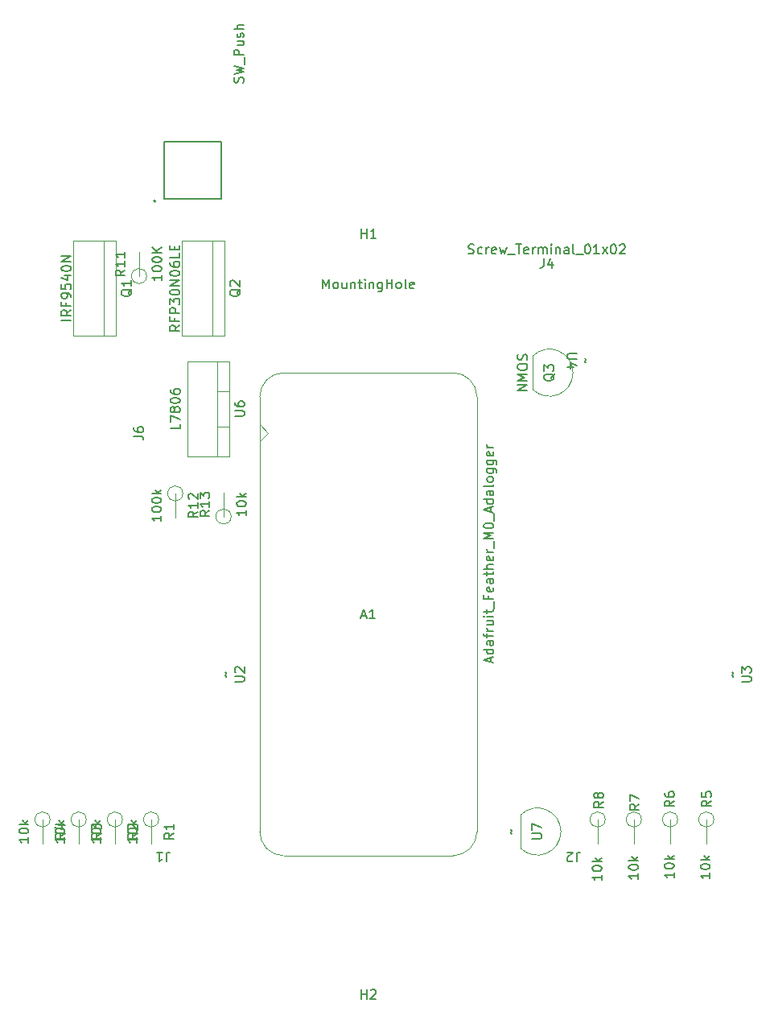
<source format=gbr>
%TF.GenerationSoftware,KiCad,Pcbnew,7.0.5*%
%TF.CreationDate,2023-06-12T13:55:42-04:00*%
%TF.ProjectId,Untitled,556e7469-746c-4656-942e-6b696361645f,rev?*%
%TF.SameCoordinates,Original*%
%TF.FileFunction,AssemblyDrawing,Top*%
%FSLAX46Y46*%
G04 Gerber Fmt 4.6, Leading zero omitted, Abs format (unit mm)*
G04 Created by KiCad (PCBNEW 7.0.5) date 2023-06-12 13:55:42*
%MOMM*%
%LPD*%
G01*
G04 APERTURE LIST*
%ADD10C,0.150000*%
%ADD11C,0.100000*%
%ADD12C,0.200000*%
%ADD13C,0.127000*%
G04 APERTURE END LIST*
D10*
%TO.C,J4*%
X98171904Y-64922200D02*
X98314761Y-64969819D01*
X98314761Y-64969819D02*
X98552856Y-64969819D01*
X98552856Y-64969819D02*
X98648094Y-64922200D01*
X98648094Y-64922200D02*
X98695713Y-64874580D01*
X98695713Y-64874580D02*
X98743332Y-64779342D01*
X98743332Y-64779342D02*
X98743332Y-64684104D01*
X98743332Y-64684104D02*
X98695713Y-64588866D01*
X98695713Y-64588866D02*
X98648094Y-64541247D01*
X98648094Y-64541247D02*
X98552856Y-64493628D01*
X98552856Y-64493628D02*
X98362380Y-64446009D01*
X98362380Y-64446009D02*
X98267142Y-64398390D01*
X98267142Y-64398390D02*
X98219523Y-64350771D01*
X98219523Y-64350771D02*
X98171904Y-64255533D01*
X98171904Y-64255533D02*
X98171904Y-64160295D01*
X98171904Y-64160295D02*
X98219523Y-64065057D01*
X98219523Y-64065057D02*
X98267142Y-64017438D01*
X98267142Y-64017438D02*
X98362380Y-63969819D01*
X98362380Y-63969819D02*
X98600475Y-63969819D01*
X98600475Y-63969819D02*
X98743332Y-64017438D01*
X99600475Y-64922200D02*
X99505237Y-64969819D01*
X99505237Y-64969819D02*
X99314761Y-64969819D01*
X99314761Y-64969819D02*
X99219523Y-64922200D01*
X99219523Y-64922200D02*
X99171904Y-64874580D01*
X99171904Y-64874580D02*
X99124285Y-64779342D01*
X99124285Y-64779342D02*
X99124285Y-64493628D01*
X99124285Y-64493628D02*
X99171904Y-64398390D01*
X99171904Y-64398390D02*
X99219523Y-64350771D01*
X99219523Y-64350771D02*
X99314761Y-64303152D01*
X99314761Y-64303152D02*
X99505237Y-64303152D01*
X99505237Y-64303152D02*
X99600475Y-64350771D01*
X100029047Y-64969819D02*
X100029047Y-64303152D01*
X100029047Y-64493628D02*
X100076666Y-64398390D01*
X100076666Y-64398390D02*
X100124285Y-64350771D01*
X100124285Y-64350771D02*
X100219523Y-64303152D01*
X100219523Y-64303152D02*
X100314761Y-64303152D01*
X101029047Y-64922200D02*
X100933809Y-64969819D01*
X100933809Y-64969819D02*
X100743333Y-64969819D01*
X100743333Y-64969819D02*
X100648095Y-64922200D01*
X100648095Y-64922200D02*
X100600476Y-64826961D01*
X100600476Y-64826961D02*
X100600476Y-64446009D01*
X100600476Y-64446009D02*
X100648095Y-64350771D01*
X100648095Y-64350771D02*
X100743333Y-64303152D01*
X100743333Y-64303152D02*
X100933809Y-64303152D01*
X100933809Y-64303152D02*
X101029047Y-64350771D01*
X101029047Y-64350771D02*
X101076666Y-64446009D01*
X101076666Y-64446009D02*
X101076666Y-64541247D01*
X101076666Y-64541247D02*
X100600476Y-64636485D01*
X101410000Y-64303152D02*
X101600476Y-64969819D01*
X101600476Y-64969819D02*
X101790952Y-64493628D01*
X101790952Y-64493628D02*
X101981428Y-64969819D01*
X101981428Y-64969819D02*
X102171904Y-64303152D01*
X102314762Y-65065057D02*
X103076666Y-65065057D01*
X103171905Y-63969819D02*
X103743333Y-63969819D01*
X103457619Y-64969819D02*
X103457619Y-63969819D01*
X104457619Y-64922200D02*
X104362381Y-64969819D01*
X104362381Y-64969819D02*
X104171905Y-64969819D01*
X104171905Y-64969819D02*
X104076667Y-64922200D01*
X104076667Y-64922200D02*
X104029048Y-64826961D01*
X104029048Y-64826961D02*
X104029048Y-64446009D01*
X104029048Y-64446009D02*
X104076667Y-64350771D01*
X104076667Y-64350771D02*
X104171905Y-64303152D01*
X104171905Y-64303152D02*
X104362381Y-64303152D01*
X104362381Y-64303152D02*
X104457619Y-64350771D01*
X104457619Y-64350771D02*
X104505238Y-64446009D01*
X104505238Y-64446009D02*
X104505238Y-64541247D01*
X104505238Y-64541247D02*
X104029048Y-64636485D01*
X104933810Y-64969819D02*
X104933810Y-64303152D01*
X104933810Y-64493628D02*
X104981429Y-64398390D01*
X104981429Y-64398390D02*
X105029048Y-64350771D01*
X105029048Y-64350771D02*
X105124286Y-64303152D01*
X105124286Y-64303152D02*
X105219524Y-64303152D01*
X105552858Y-64969819D02*
X105552858Y-64303152D01*
X105552858Y-64398390D02*
X105600477Y-64350771D01*
X105600477Y-64350771D02*
X105695715Y-64303152D01*
X105695715Y-64303152D02*
X105838572Y-64303152D01*
X105838572Y-64303152D02*
X105933810Y-64350771D01*
X105933810Y-64350771D02*
X105981429Y-64446009D01*
X105981429Y-64446009D02*
X105981429Y-64969819D01*
X105981429Y-64446009D02*
X106029048Y-64350771D01*
X106029048Y-64350771D02*
X106124286Y-64303152D01*
X106124286Y-64303152D02*
X106267143Y-64303152D01*
X106267143Y-64303152D02*
X106362382Y-64350771D01*
X106362382Y-64350771D02*
X106410001Y-64446009D01*
X106410001Y-64446009D02*
X106410001Y-64969819D01*
X106886191Y-64969819D02*
X106886191Y-64303152D01*
X106886191Y-63969819D02*
X106838572Y-64017438D01*
X106838572Y-64017438D02*
X106886191Y-64065057D01*
X106886191Y-64065057D02*
X106933810Y-64017438D01*
X106933810Y-64017438D02*
X106886191Y-63969819D01*
X106886191Y-63969819D02*
X106886191Y-64065057D01*
X107362381Y-64303152D02*
X107362381Y-64969819D01*
X107362381Y-64398390D02*
X107410000Y-64350771D01*
X107410000Y-64350771D02*
X107505238Y-64303152D01*
X107505238Y-64303152D02*
X107648095Y-64303152D01*
X107648095Y-64303152D02*
X107743333Y-64350771D01*
X107743333Y-64350771D02*
X107790952Y-64446009D01*
X107790952Y-64446009D02*
X107790952Y-64969819D01*
X108695714Y-64969819D02*
X108695714Y-64446009D01*
X108695714Y-64446009D02*
X108648095Y-64350771D01*
X108648095Y-64350771D02*
X108552857Y-64303152D01*
X108552857Y-64303152D02*
X108362381Y-64303152D01*
X108362381Y-64303152D02*
X108267143Y-64350771D01*
X108695714Y-64922200D02*
X108600476Y-64969819D01*
X108600476Y-64969819D02*
X108362381Y-64969819D01*
X108362381Y-64969819D02*
X108267143Y-64922200D01*
X108267143Y-64922200D02*
X108219524Y-64826961D01*
X108219524Y-64826961D02*
X108219524Y-64731723D01*
X108219524Y-64731723D02*
X108267143Y-64636485D01*
X108267143Y-64636485D02*
X108362381Y-64588866D01*
X108362381Y-64588866D02*
X108600476Y-64588866D01*
X108600476Y-64588866D02*
X108695714Y-64541247D01*
X109314762Y-64969819D02*
X109219524Y-64922200D01*
X109219524Y-64922200D02*
X109171905Y-64826961D01*
X109171905Y-64826961D02*
X109171905Y-63969819D01*
X109457620Y-65065057D02*
X110219524Y-65065057D01*
X110648096Y-63969819D02*
X110743334Y-63969819D01*
X110743334Y-63969819D02*
X110838572Y-64017438D01*
X110838572Y-64017438D02*
X110886191Y-64065057D01*
X110886191Y-64065057D02*
X110933810Y-64160295D01*
X110933810Y-64160295D02*
X110981429Y-64350771D01*
X110981429Y-64350771D02*
X110981429Y-64588866D01*
X110981429Y-64588866D02*
X110933810Y-64779342D01*
X110933810Y-64779342D02*
X110886191Y-64874580D01*
X110886191Y-64874580D02*
X110838572Y-64922200D01*
X110838572Y-64922200D02*
X110743334Y-64969819D01*
X110743334Y-64969819D02*
X110648096Y-64969819D01*
X110648096Y-64969819D02*
X110552858Y-64922200D01*
X110552858Y-64922200D02*
X110505239Y-64874580D01*
X110505239Y-64874580D02*
X110457620Y-64779342D01*
X110457620Y-64779342D02*
X110410001Y-64588866D01*
X110410001Y-64588866D02*
X110410001Y-64350771D01*
X110410001Y-64350771D02*
X110457620Y-64160295D01*
X110457620Y-64160295D02*
X110505239Y-64065057D01*
X110505239Y-64065057D02*
X110552858Y-64017438D01*
X110552858Y-64017438D02*
X110648096Y-63969819D01*
X111933810Y-64969819D02*
X111362382Y-64969819D01*
X111648096Y-64969819D02*
X111648096Y-63969819D01*
X111648096Y-63969819D02*
X111552858Y-64112676D01*
X111552858Y-64112676D02*
X111457620Y-64207914D01*
X111457620Y-64207914D02*
X111362382Y-64255533D01*
X112267144Y-64969819D02*
X112790953Y-64303152D01*
X112267144Y-64303152D02*
X112790953Y-64969819D01*
X113362382Y-63969819D02*
X113457620Y-63969819D01*
X113457620Y-63969819D02*
X113552858Y-64017438D01*
X113552858Y-64017438D02*
X113600477Y-64065057D01*
X113600477Y-64065057D02*
X113648096Y-64160295D01*
X113648096Y-64160295D02*
X113695715Y-64350771D01*
X113695715Y-64350771D02*
X113695715Y-64588866D01*
X113695715Y-64588866D02*
X113648096Y-64779342D01*
X113648096Y-64779342D02*
X113600477Y-64874580D01*
X113600477Y-64874580D02*
X113552858Y-64922200D01*
X113552858Y-64922200D02*
X113457620Y-64969819D01*
X113457620Y-64969819D02*
X113362382Y-64969819D01*
X113362382Y-64969819D02*
X113267144Y-64922200D01*
X113267144Y-64922200D02*
X113219525Y-64874580D01*
X113219525Y-64874580D02*
X113171906Y-64779342D01*
X113171906Y-64779342D02*
X113124287Y-64588866D01*
X113124287Y-64588866D02*
X113124287Y-64350771D01*
X113124287Y-64350771D02*
X113171906Y-64160295D01*
X113171906Y-64160295D02*
X113219525Y-64065057D01*
X113219525Y-64065057D02*
X113267144Y-64017438D01*
X113267144Y-64017438D02*
X113362382Y-63969819D01*
X114076668Y-64065057D02*
X114124287Y-64017438D01*
X114124287Y-64017438D02*
X114219525Y-63969819D01*
X114219525Y-63969819D02*
X114457620Y-63969819D01*
X114457620Y-63969819D02*
X114552858Y-64017438D01*
X114552858Y-64017438D02*
X114600477Y-64065057D01*
X114600477Y-64065057D02*
X114648096Y-64160295D01*
X114648096Y-64160295D02*
X114648096Y-64255533D01*
X114648096Y-64255533D02*
X114600477Y-64398390D01*
X114600477Y-64398390D02*
X114029049Y-64969819D01*
X114029049Y-64969819D02*
X114648096Y-64969819D01*
X106076666Y-65469819D02*
X106076666Y-66184104D01*
X106076666Y-66184104D02*
X106029047Y-66326961D01*
X106029047Y-66326961D02*
X105933809Y-66422200D01*
X105933809Y-66422200D02*
X105790952Y-66469819D01*
X105790952Y-66469819D02*
X105695714Y-66469819D01*
X106981428Y-65803152D02*
X106981428Y-66469819D01*
X106743333Y-65422200D02*
X106505238Y-66136485D01*
X106505238Y-66136485D02*
X107124285Y-66136485D01*
%TO.C,R11*%
X65874819Y-67206666D02*
X65874819Y-67778094D01*
X65874819Y-67492380D02*
X64874819Y-67492380D01*
X64874819Y-67492380D02*
X65017676Y-67587618D01*
X65017676Y-67587618D02*
X65112914Y-67682856D01*
X65112914Y-67682856D02*
X65160533Y-67778094D01*
X64874819Y-66587618D02*
X64874819Y-66492380D01*
X64874819Y-66492380D02*
X64922438Y-66397142D01*
X64922438Y-66397142D02*
X64970057Y-66349523D01*
X64970057Y-66349523D02*
X65065295Y-66301904D01*
X65065295Y-66301904D02*
X65255771Y-66254285D01*
X65255771Y-66254285D02*
X65493866Y-66254285D01*
X65493866Y-66254285D02*
X65684342Y-66301904D01*
X65684342Y-66301904D02*
X65779580Y-66349523D01*
X65779580Y-66349523D02*
X65827200Y-66397142D01*
X65827200Y-66397142D02*
X65874819Y-66492380D01*
X65874819Y-66492380D02*
X65874819Y-66587618D01*
X65874819Y-66587618D02*
X65827200Y-66682856D01*
X65827200Y-66682856D02*
X65779580Y-66730475D01*
X65779580Y-66730475D02*
X65684342Y-66778094D01*
X65684342Y-66778094D02*
X65493866Y-66825713D01*
X65493866Y-66825713D02*
X65255771Y-66825713D01*
X65255771Y-66825713D02*
X65065295Y-66778094D01*
X65065295Y-66778094D02*
X64970057Y-66730475D01*
X64970057Y-66730475D02*
X64922438Y-66682856D01*
X64922438Y-66682856D02*
X64874819Y-66587618D01*
X64874819Y-65635237D02*
X64874819Y-65539999D01*
X64874819Y-65539999D02*
X64922438Y-65444761D01*
X64922438Y-65444761D02*
X64970057Y-65397142D01*
X64970057Y-65397142D02*
X65065295Y-65349523D01*
X65065295Y-65349523D02*
X65255771Y-65301904D01*
X65255771Y-65301904D02*
X65493866Y-65301904D01*
X65493866Y-65301904D02*
X65684342Y-65349523D01*
X65684342Y-65349523D02*
X65779580Y-65397142D01*
X65779580Y-65397142D02*
X65827200Y-65444761D01*
X65827200Y-65444761D02*
X65874819Y-65539999D01*
X65874819Y-65539999D02*
X65874819Y-65635237D01*
X65874819Y-65635237D02*
X65827200Y-65730475D01*
X65827200Y-65730475D02*
X65779580Y-65778094D01*
X65779580Y-65778094D02*
X65684342Y-65825713D01*
X65684342Y-65825713D02*
X65493866Y-65873332D01*
X65493866Y-65873332D02*
X65255771Y-65873332D01*
X65255771Y-65873332D02*
X65065295Y-65825713D01*
X65065295Y-65825713D02*
X64970057Y-65778094D01*
X64970057Y-65778094D02*
X64922438Y-65730475D01*
X64922438Y-65730475D02*
X64874819Y-65635237D01*
X65874819Y-64873332D02*
X64874819Y-64873332D01*
X65874819Y-64301904D02*
X65303390Y-64730475D01*
X64874819Y-64301904D02*
X65446247Y-64873332D01*
X62034819Y-66682857D02*
X61558628Y-67016190D01*
X62034819Y-67254285D02*
X61034819Y-67254285D01*
X61034819Y-67254285D02*
X61034819Y-66873333D01*
X61034819Y-66873333D02*
X61082438Y-66778095D01*
X61082438Y-66778095D02*
X61130057Y-66730476D01*
X61130057Y-66730476D02*
X61225295Y-66682857D01*
X61225295Y-66682857D02*
X61368152Y-66682857D01*
X61368152Y-66682857D02*
X61463390Y-66730476D01*
X61463390Y-66730476D02*
X61511009Y-66778095D01*
X61511009Y-66778095D02*
X61558628Y-66873333D01*
X61558628Y-66873333D02*
X61558628Y-67254285D01*
X62034819Y-65730476D02*
X62034819Y-66301904D01*
X62034819Y-66016190D02*
X61034819Y-66016190D01*
X61034819Y-66016190D02*
X61177676Y-66111428D01*
X61177676Y-66111428D02*
X61272914Y-66206666D01*
X61272914Y-66206666D02*
X61320533Y-66301904D01*
X62034819Y-64778095D02*
X62034819Y-65349523D01*
X62034819Y-65063809D02*
X61034819Y-65063809D01*
X61034819Y-65063809D02*
X61177676Y-65159047D01*
X61177676Y-65159047D02*
X61272914Y-65254285D01*
X61272914Y-65254285D02*
X61320533Y-65349523D01*
%TO.C,J2*%
X109553333Y-128895180D02*
X109553333Y-128180895D01*
X109553333Y-128180895D02*
X109600952Y-128038038D01*
X109600952Y-128038038D02*
X109696190Y-127942800D01*
X109696190Y-127942800D02*
X109839047Y-127895180D01*
X109839047Y-127895180D02*
X109934285Y-127895180D01*
X109124761Y-128799942D02*
X109077142Y-128847561D01*
X109077142Y-128847561D02*
X108981904Y-128895180D01*
X108981904Y-128895180D02*
X108743809Y-128895180D01*
X108743809Y-128895180D02*
X108648571Y-128847561D01*
X108648571Y-128847561D02*
X108600952Y-128799942D01*
X108600952Y-128799942D02*
X108553333Y-128704704D01*
X108553333Y-128704704D02*
X108553333Y-128609466D01*
X108553333Y-128609466D02*
X108600952Y-128466609D01*
X108600952Y-128466609D02*
X109172380Y-127895180D01*
X109172380Y-127895180D02*
X108553333Y-127895180D01*
%TO.C,R13*%
X74764819Y-91925238D02*
X74764819Y-92496666D01*
X74764819Y-92210952D02*
X73764819Y-92210952D01*
X73764819Y-92210952D02*
X73907676Y-92306190D01*
X73907676Y-92306190D02*
X74002914Y-92401428D01*
X74002914Y-92401428D02*
X74050533Y-92496666D01*
X73764819Y-91306190D02*
X73764819Y-91210952D01*
X73764819Y-91210952D02*
X73812438Y-91115714D01*
X73812438Y-91115714D02*
X73860057Y-91068095D01*
X73860057Y-91068095D02*
X73955295Y-91020476D01*
X73955295Y-91020476D02*
X74145771Y-90972857D01*
X74145771Y-90972857D02*
X74383866Y-90972857D01*
X74383866Y-90972857D02*
X74574342Y-91020476D01*
X74574342Y-91020476D02*
X74669580Y-91068095D01*
X74669580Y-91068095D02*
X74717200Y-91115714D01*
X74717200Y-91115714D02*
X74764819Y-91210952D01*
X74764819Y-91210952D02*
X74764819Y-91306190D01*
X74764819Y-91306190D02*
X74717200Y-91401428D01*
X74717200Y-91401428D02*
X74669580Y-91449047D01*
X74669580Y-91449047D02*
X74574342Y-91496666D01*
X74574342Y-91496666D02*
X74383866Y-91544285D01*
X74383866Y-91544285D02*
X74145771Y-91544285D01*
X74145771Y-91544285D02*
X73955295Y-91496666D01*
X73955295Y-91496666D02*
X73860057Y-91449047D01*
X73860057Y-91449047D02*
X73812438Y-91401428D01*
X73812438Y-91401428D02*
X73764819Y-91306190D01*
X74764819Y-90544285D02*
X73764819Y-90544285D01*
X74383866Y-90449047D02*
X74764819Y-90163333D01*
X74098152Y-90163333D02*
X74479104Y-90544285D01*
X70924819Y-91972857D02*
X70448628Y-92306190D01*
X70924819Y-92544285D02*
X69924819Y-92544285D01*
X69924819Y-92544285D02*
X69924819Y-92163333D01*
X69924819Y-92163333D02*
X69972438Y-92068095D01*
X69972438Y-92068095D02*
X70020057Y-92020476D01*
X70020057Y-92020476D02*
X70115295Y-91972857D01*
X70115295Y-91972857D02*
X70258152Y-91972857D01*
X70258152Y-91972857D02*
X70353390Y-92020476D01*
X70353390Y-92020476D02*
X70401009Y-92068095D01*
X70401009Y-92068095D02*
X70448628Y-92163333D01*
X70448628Y-92163333D02*
X70448628Y-92544285D01*
X70924819Y-91020476D02*
X70924819Y-91591904D01*
X70924819Y-91306190D02*
X69924819Y-91306190D01*
X69924819Y-91306190D02*
X70067676Y-91401428D01*
X70067676Y-91401428D02*
X70162914Y-91496666D01*
X70162914Y-91496666D02*
X70210533Y-91591904D01*
X69924819Y-90687142D02*
X69924819Y-90068095D01*
X69924819Y-90068095D02*
X70305771Y-90401428D01*
X70305771Y-90401428D02*
X70305771Y-90258571D01*
X70305771Y-90258571D02*
X70353390Y-90163333D01*
X70353390Y-90163333D02*
X70401009Y-90115714D01*
X70401009Y-90115714D02*
X70496247Y-90068095D01*
X70496247Y-90068095D02*
X70734342Y-90068095D01*
X70734342Y-90068095D02*
X70829580Y-90115714D01*
X70829580Y-90115714D02*
X70877200Y-90163333D01*
X70877200Y-90163333D02*
X70924819Y-90258571D01*
X70924819Y-90258571D02*
X70924819Y-90544285D01*
X70924819Y-90544285D02*
X70877200Y-90639523D01*
X70877200Y-90639523D02*
X70829580Y-90687142D01*
%TO.C,R6*%
X119779819Y-130020238D02*
X119779819Y-130591666D01*
X119779819Y-130305952D02*
X118779819Y-130305952D01*
X118779819Y-130305952D02*
X118922676Y-130401190D01*
X118922676Y-130401190D02*
X119017914Y-130496428D01*
X119017914Y-130496428D02*
X119065533Y-130591666D01*
X118779819Y-129401190D02*
X118779819Y-129305952D01*
X118779819Y-129305952D02*
X118827438Y-129210714D01*
X118827438Y-129210714D02*
X118875057Y-129163095D01*
X118875057Y-129163095D02*
X118970295Y-129115476D01*
X118970295Y-129115476D02*
X119160771Y-129067857D01*
X119160771Y-129067857D02*
X119398866Y-129067857D01*
X119398866Y-129067857D02*
X119589342Y-129115476D01*
X119589342Y-129115476D02*
X119684580Y-129163095D01*
X119684580Y-129163095D02*
X119732200Y-129210714D01*
X119732200Y-129210714D02*
X119779819Y-129305952D01*
X119779819Y-129305952D02*
X119779819Y-129401190D01*
X119779819Y-129401190D02*
X119732200Y-129496428D01*
X119732200Y-129496428D02*
X119684580Y-129544047D01*
X119684580Y-129544047D02*
X119589342Y-129591666D01*
X119589342Y-129591666D02*
X119398866Y-129639285D01*
X119398866Y-129639285D02*
X119160771Y-129639285D01*
X119160771Y-129639285D02*
X118970295Y-129591666D01*
X118970295Y-129591666D02*
X118875057Y-129544047D01*
X118875057Y-129544047D02*
X118827438Y-129496428D01*
X118827438Y-129496428D02*
X118779819Y-129401190D01*
X119779819Y-128639285D02*
X118779819Y-128639285D01*
X119398866Y-128544047D02*
X119779819Y-128258333D01*
X119113152Y-128258333D02*
X119494104Y-128639285D01*
X119804819Y-122491666D02*
X119328628Y-122824999D01*
X119804819Y-123063094D02*
X118804819Y-123063094D01*
X118804819Y-123063094D02*
X118804819Y-122682142D01*
X118804819Y-122682142D02*
X118852438Y-122586904D01*
X118852438Y-122586904D02*
X118900057Y-122539285D01*
X118900057Y-122539285D02*
X118995295Y-122491666D01*
X118995295Y-122491666D02*
X119138152Y-122491666D01*
X119138152Y-122491666D02*
X119233390Y-122539285D01*
X119233390Y-122539285D02*
X119281009Y-122586904D01*
X119281009Y-122586904D02*
X119328628Y-122682142D01*
X119328628Y-122682142D02*
X119328628Y-123063094D01*
X118804819Y-121634523D02*
X118804819Y-121824999D01*
X118804819Y-121824999D02*
X118852438Y-121920237D01*
X118852438Y-121920237D02*
X118900057Y-121967856D01*
X118900057Y-121967856D02*
X119042914Y-122063094D01*
X119042914Y-122063094D02*
X119233390Y-122110713D01*
X119233390Y-122110713D02*
X119614342Y-122110713D01*
X119614342Y-122110713D02*
X119709580Y-122063094D01*
X119709580Y-122063094D02*
X119757200Y-122015475D01*
X119757200Y-122015475D02*
X119804819Y-121920237D01*
X119804819Y-121920237D02*
X119804819Y-121729761D01*
X119804819Y-121729761D02*
X119757200Y-121634523D01*
X119757200Y-121634523D02*
X119709580Y-121586904D01*
X119709580Y-121586904D02*
X119614342Y-121539285D01*
X119614342Y-121539285D02*
X119376247Y-121539285D01*
X119376247Y-121539285D02*
X119281009Y-121586904D01*
X119281009Y-121586904D02*
X119233390Y-121634523D01*
X119233390Y-121634523D02*
X119185771Y-121729761D01*
X119185771Y-121729761D02*
X119185771Y-121920237D01*
X119185771Y-121920237D02*
X119233390Y-122015475D01*
X119233390Y-122015475D02*
X119281009Y-122063094D01*
X119281009Y-122063094D02*
X119376247Y-122110713D01*
%TO.C,H2*%
X86868095Y-143329819D02*
X86868095Y-142329819D01*
X86868095Y-142806009D02*
X87439523Y-142806009D01*
X87439523Y-143329819D02*
X87439523Y-142329819D01*
X87868095Y-142425057D02*
X87915714Y-142377438D01*
X87915714Y-142377438D02*
X88010952Y-142329819D01*
X88010952Y-142329819D02*
X88249047Y-142329819D01*
X88249047Y-142329819D02*
X88344285Y-142377438D01*
X88344285Y-142377438D02*
X88391904Y-142425057D01*
X88391904Y-142425057D02*
X88439523Y-142520295D01*
X88439523Y-142520295D02*
X88439523Y-142615533D01*
X88439523Y-142615533D02*
X88391904Y-142758390D01*
X88391904Y-142758390D02*
X87820476Y-143329819D01*
X87820476Y-143329819D02*
X88439523Y-143329819D01*
%TO.C,U7*%
X102693866Y-125991904D02*
X102646247Y-125944285D01*
X102646247Y-125944285D02*
X102598628Y-125849047D01*
X102598628Y-125849047D02*
X102693866Y-125658571D01*
X102693866Y-125658571D02*
X102646247Y-125563333D01*
X102646247Y-125563333D02*
X102598628Y-125515714D01*
X104864819Y-126491904D02*
X105674342Y-126491904D01*
X105674342Y-126491904D02*
X105769580Y-126444285D01*
X105769580Y-126444285D02*
X105817200Y-126396666D01*
X105817200Y-126396666D02*
X105864819Y-126301428D01*
X105864819Y-126301428D02*
X105864819Y-126110952D01*
X105864819Y-126110952D02*
X105817200Y-126015714D01*
X105817200Y-126015714D02*
X105769580Y-125968095D01*
X105769580Y-125968095D02*
X105674342Y-125920476D01*
X105674342Y-125920476D02*
X104864819Y-125920476D01*
X104864819Y-125539523D02*
X104864819Y-124872857D01*
X104864819Y-124872857D02*
X105864819Y-125301428D01*
%TO.C,U6*%
X67804819Y-82875238D02*
X67804819Y-83351428D01*
X67804819Y-83351428D02*
X66804819Y-83351428D01*
X66804819Y-82637142D02*
X66804819Y-81970476D01*
X66804819Y-81970476D02*
X67804819Y-82399047D01*
X67233390Y-81446666D02*
X67185771Y-81541904D01*
X67185771Y-81541904D02*
X67138152Y-81589523D01*
X67138152Y-81589523D02*
X67042914Y-81637142D01*
X67042914Y-81637142D02*
X66995295Y-81637142D01*
X66995295Y-81637142D02*
X66900057Y-81589523D01*
X66900057Y-81589523D02*
X66852438Y-81541904D01*
X66852438Y-81541904D02*
X66804819Y-81446666D01*
X66804819Y-81446666D02*
X66804819Y-81256190D01*
X66804819Y-81256190D02*
X66852438Y-81160952D01*
X66852438Y-81160952D02*
X66900057Y-81113333D01*
X66900057Y-81113333D02*
X66995295Y-81065714D01*
X66995295Y-81065714D02*
X67042914Y-81065714D01*
X67042914Y-81065714D02*
X67138152Y-81113333D01*
X67138152Y-81113333D02*
X67185771Y-81160952D01*
X67185771Y-81160952D02*
X67233390Y-81256190D01*
X67233390Y-81256190D02*
X67233390Y-81446666D01*
X67233390Y-81446666D02*
X67281009Y-81541904D01*
X67281009Y-81541904D02*
X67328628Y-81589523D01*
X67328628Y-81589523D02*
X67423866Y-81637142D01*
X67423866Y-81637142D02*
X67614342Y-81637142D01*
X67614342Y-81637142D02*
X67709580Y-81589523D01*
X67709580Y-81589523D02*
X67757200Y-81541904D01*
X67757200Y-81541904D02*
X67804819Y-81446666D01*
X67804819Y-81446666D02*
X67804819Y-81256190D01*
X67804819Y-81256190D02*
X67757200Y-81160952D01*
X67757200Y-81160952D02*
X67709580Y-81113333D01*
X67709580Y-81113333D02*
X67614342Y-81065714D01*
X67614342Y-81065714D02*
X67423866Y-81065714D01*
X67423866Y-81065714D02*
X67328628Y-81113333D01*
X67328628Y-81113333D02*
X67281009Y-81160952D01*
X67281009Y-81160952D02*
X67233390Y-81256190D01*
X66804819Y-80446666D02*
X66804819Y-80351428D01*
X66804819Y-80351428D02*
X66852438Y-80256190D01*
X66852438Y-80256190D02*
X66900057Y-80208571D01*
X66900057Y-80208571D02*
X66995295Y-80160952D01*
X66995295Y-80160952D02*
X67185771Y-80113333D01*
X67185771Y-80113333D02*
X67423866Y-80113333D01*
X67423866Y-80113333D02*
X67614342Y-80160952D01*
X67614342Y-80160952D02*
X67709580Y-80208571D01*
X67709580Y-80208571D02*
X67757200Y-80256190D01*
X67757200Y-80256190D02*
X67804819Y-80351428D01*
X67804819Y-80351428D02*
X67804819Y-80446666D01*
X67804819Y-80446666D02*
X67757200Y-80541904D01*
X67757200Y-80541904D02*
X67709580Y-80589523D01*
X67709580Y-80589523D02*
X67614342Y-80637142D01*
X67614342Y-80637142D02*
X67423866Y-80684761D01*
X67423866Y-80684761D02*
X67185771Y-80684761D01*
X67185771Y-80684761D02*
X66995295Y-80637142D01*
X66995295Y-80637142D02*
X66900057Y-80589523D01*
X66900057Y-80589523D02*
X66852438Y-80541904D01*
X66852438Y-80541904D02*
X66804819Y-80446666D01*
X66804819Y-79256190D02*
X66804819Y-79446666D01*
X66804819Y-79446666D02*
X66852438Y-79541904D01*
X66852438Y-79541904D02*
X66900057Y-79589523D01*
X66900057Y-79589523D02*
X67042914Y-79684761D01*
X67042914Y-79684761D02*
X67233390Y-79732380D01*
X67233390Y-79732380D02*
X67614342Y-79732380D01*
X67614342Y-79732380D02*
X67709580Y-79684761D01*
X67709580Y-79684761D02*
X67757200Y-79637142D01*
X67757200Y-79637142D02*
X67804819Y-79541904D01*
X67804819Y-79541904D02*
X67804819Y-79351428D01*
X67804819Y-79351428D02*
X67757200Y-79256190D01*
X67757200Y-79256190D02*
X67709580Y-79208571D01*
X67709580Y-79208571D02*
X67614342Y-79160952D01*
X67614342Y-79160952D02*
X67376247Y-79160952D01*
X67376247Y-79160952D02*
X67281009Y-79208571D01*
X67281009Y-79208571D02*
X67233390Y-79256190D01*
X67233390Y-79256190D02*
X67185771Y-79351428D01*
X67185771Y-79351428D02*
X67185771Y-79541904D01*
X67185771Y-79541904D02*
X67233390Y-79637142D01*
X67233390Y-79637142D02*
X67281009Y-79684761D01*
X67281009Y-79684761D02*
X67376247Y-79732380D01*
X73574819Y-82041904D02*
X74384342Y-82041904D01*
X74384342Y-82041904D02*
X74479580Y-81994285D01*
X74479580Y-81994285D02*
X74527200Y-81946666D01*
X74527200Y-81946666D02*
X74574819Y-81851428D01*
X74574819Y-81851428D02*
X74574819Y-81660952D01*
X74574819Y-81660952D02*
X74527200Y-81565714D01*
X74527200Y-81565714D02*
X74479580Y-81518095D01*
X74479580Y-81518095D02*
X74384342Y-81470476D01*
X74384342Y-81470476D02*
X73574819Y-81470476D01*
X73574819Y-80565714D02*
X73574819Y-80756190D01*
X73574819Y-80756190D02*
X73622438Y-80851428D01*
X73622438Y-80851428D02*
X73670057Y-80899047D01*
X73670057Y-80899047D02*
X73812914Y-80994285D01*
X73812914Y-80994285D02*
X74003390Y-81041904D01*
X74003390Y-81041904D02*
X74384342Y-81041904D01*
X74384342Y-81041904D02*
X74479580Y-80994285D01*
X74479580Y-80994285D02*
X74527200Y-80946666D01*
X74527200Y-80946666D02*
X74574819Y-80851428D01*
X74574819Y-80851428D02*
X74574819Y-80660952D01*
X74574819Y-80660952D02*
X74527200Y-80565714D01*
X74527200Y-80565714D02*
X74479580Y-80518095D01*
X74479580Y-80518095D02*
X74384342Y-80470476D01*
X74384342Y-80470476D02*
X74146247Y-80470476D01*
X74146247Y-80470476D02*
X74051009Y-80518095D01*
X74051009Y-80518095D02*
X74003390Y-80565714D01*
X74003390Y-80565714D02*
X73955771Y-80660952D01*
X73955771Y-80660952D02*
X73955771Y-80851428D01*
X73955771Y-80851428D02*
X74003390Y-80946666D01*
X74003390Y-80946666D02*
X74051009Y-80994285D01*
X74051009Y-80994285D02*
X74146247Y-81041904D01*
%TO.C,R5*%
X123579819Y-130070238D02*
X123579819Y-130641666D01*
X123579819Y-130355952D02*
X122579819Y-130355952D01*
X122579819Y-130355952D02*
X122722676Y-130451190D01*
X122722676Y-130451190D02*
X122817914Y-130546428D01*
X122817914Y-130546428D02*
X122865533Y-130641666D01*
X122579819Y-129451190D02*
X122579819Y-129355952D01*
X122579819Y-129355952D02*
X122627438Y-129260714D01*
X122627438Y-129260714D02*
X122675057Y-129213095D01*
X122675057Y-129213095D02*
X122770295Y-129165476D01*
X122770295Y-129165476D02*
X122960771Y-129117857D01*
X122960771Y-129117857D02*
X123198866Y-129117857D01*
X123198866Y-129117857D02*
X123389342Y-129165476D01*
X123389342Y-129165476D02*
X123484580Y-129213095D01*
X123484580Y-129213095D02*
X123532200Y-129260714D01*
X123532200Y-129260714D02*
X123579819Y-129355952D01*
X123579819Y-129355952D02*
X123579819Y-129451190D01*
X123579819Y-129451190D02*
X123532200Y-129546428D01*
X123532200Y-129546428D02*
X123484580Y-129594047D01*
X123484580Y-129594047D02*
X123389342Y-129641666D01*
X123389342Y-129641666D02*
X123198866Y-129689285D01*
X123198866Y-129689285D02*
X122960771Y-129689285D01*
X122960771Y-129689285D02*
X122770295Y-129641666D01*
X122770295Y-129641666D02*
X122675057Y-129594047D01*
X122675057Y-129594047D02*
X122627438Y-129546428D01*
X122627438Y-129546428D02*
X122579819Y-129451190D01*
X123579819Y-128689285D02*
X122579819Y-128689285D01*
X123198866Y-128594047D02*
X123579819Y-128308333D01*
X122913152Y-128308333D02*
X123294104Y-128689285D01*
X123704819Y-122491666D02*
X123228628Y-122824999D01*
X123704819Y-123063094D02*
X122704819Y-123063094D01*
X122704819Y-123063094D02*
X122704819Y-122682142D01*
X122704819Y-122682142D02*
X122752438Y-122586904D01*
X122752438Y-122586904D02*
X122800057Y-122539285D01*
X122800057Y-122539285D02*
X122895295Y-122491666D01*
X122895295Y-122491666D02*
X123038152Y-122491666D01*
X123038152Y-122491666D02*
X123133390Y-122539285D01*
X123133390Y-122539285D02*
X123181009Y-122586904D01*
X123181009Y-122586904D02*
X123228628Y-122682142D01*
X123228628Y-122682142D02*
X123228628Y-123063094D01*
X122704819Y-121586904D02*
X122704819Y-122063094D01*
X122704819Y-122063094D02*
X123181009Y-122110713D01*
X123181009Y-122110713D02*
X123133390Y-122063094D01*
X123133390Y-122063094D02*
X123085771Y-121967856D01*
X123085771Y-121967856D02*
X123085771Y-121729761D01*
X123085771Y-121729761D02*
X123133390Y-121634523D01*
X123133390Y-121634523D02*
X123181009Y-121586904D01*
X123181009Y-121586904D02*
X123276247Y-121539285D01*
X123276247Y-121539285D02*
X123514342Y-121539285D01*
X123514342Y-121539285D02*
X123609580Y-121586904D01*
X123609580Y-121586904D02*
X123657200Y-121634523D01*
X123657200Y-121634523D02*
X123704819Y-121729761D01*
X123704819Y-121729761D02*
X123704819Y-121967856D01*
X123704819Y-121967856D02*
X123657200Y-122063094D01*
X123657200Y-122063094D02*
X123609580Y-122110713D01*
%TO.C,R2*%
X59494819Y-126325238D02*
X59494819Y-126896666D01*
X59494819Y-126610952D02*
X58494819Y-126610952D01*
X58494819Y-126610952D02*
X58637676Y-126706190D01*
X58637676Y-126706190D02*
X58732914Y-126801428D01*
X58732914Y-126801428D02*
X58780533Y-126896666D01*
X58494819Y-125706190D02*
X58494819Y-125610952D01*
X58494819Y-125610952D02*
X58542438Y-125515714D01*
X58542438Y-125515714D02*
X58590057Y-125468095D01*
X58590057Y-125468095D02*
X58685295Y-125420476D01*
X58685295Y-125420476D02*
X58875771Y-125372857D01*
X58875771Y-125372857D02*
X59113866Y-125372857D01*
X59113866Y-125372857D02*
X59304342Y-125420476D01*
X59304342Y-125420476D02*
X59399580Y-125468095D01*
X59399580Y-125468095D02*
X59447200Y-125515714D01*
X59447200Y-125515714D02*
X59494819Y-125610952D01*
X59494819Y-125610952D02*
X59494819Y-125706190D01*
X59494819Y-125706190D02*
X59447200Y-125801428D01*
X59447200Y-125801428D02*
X59399580Y-125849047D01*
X59399580Y-125849047D02*
X59304342Y-125896666D01*
X59304342Y-125896666D02*
X59113866Y-125944285D01*
X59113866Y-125944285D02*
X58875771Y-125944285D01*
X58875771Y-125944285D02*
X58685295Y-125896666D01*
X58685295Y-125896666D02*
X58590057Y-125849047D01*
X58590057Y-125849047D02*
X58542438Y-125801428D01*
X58542438Y-125801428D02*
X58494819Y-125706190D01*
X59494819Y-124944285D02*
X58494819Y-124944285D01*
X59113866Y-124849047D02*
X59494819Y-124563333D01*
X58828152Y-124563333D02*
X59209104Y-124944285D01*
X63334819Y-125896666D02*
X62858628Y-126229999D01*
X63334819Y-126468094D02*
X62334819Y-126468094D01*
X62334819Y-126468094D02*
X62334819Y-126087142D01*
X62334819Y-126087142D02*
X62382438Y-125991904D01*
X62382438Y-125991904D02*
X62430057Y-125944285D01*
X62430057Y-125944285D02*
X62525295Y-125896666D01*
X62525295Y-125896666D02*
X62668152Y-125896666D01*
X62668152Y-125896666D02*
X62763390Y-125944285D01*
X62763390Y-125944285D02*
X62811009Y-125991904D01*
X62811009Y-125991904D02*
X62858628Y-126087142D01*
X62858628Y-126087142D02*
X62858628Y-126468094D01*
X62430057Y-125515713D02*
X62382438Y-125468094D01*
X62382438Y-125468094D02*
X62334819Y-125372856D01*
X62334819Y-125372856D02*
X62334819Y-125134761D01*
X62334819Y-125134761D02*
X62382438Y-125039523D01*
X62382438Y-125039523D02*
X62430057Y-124991904D01*
X62430057Y-124991904D02*
X62525295Y-124944285D01*
X62525295Y-124944285D02*
X62620533Y-124944285D01*
X62620533Y-124944285D02*
X62763390Y-124991904D01*
X62763390Y-124991904D02*
X63334819Y-125563332D01*
X63334819Y-125563332D02*
X63334819Y-124944285D01*
%TO.C,U2*%
X72693866Y-109481904D02*
X72646247Y-109434285D01*
X72646247Y-109434285D02*
X72598628Y-109339047D01*
X72598628Y-109339047D02*
X72693866Y-109148571D01*
X72693866Y-109148571D02*
X72646247Y-109053333D01*
X72646247Y-109053333D02*
X72598628Y-109005714D01*
X73574819Y-109981904D02*
X74384342Y-109981904D01*
X74384342Y-109981904D02*
X74479580Y-109934285D01*
X74479580Y-109934285D02*
X74527200Y-109886666D01*
X74527200Y-109886666D02*
X74574819Y-109791428D01*
X74574819Y-109791428D02*
X74574819Y-109600952D01*
X74574819Y-109600952D02*
X74527200Y-109505714D01*
X74527200Y-109505714D02*
X74479580Y-109458095D01*
X74479580Y-109458095D02*
X74384342Y-109410476D01*
X74384342Y-109410476D02*
X73574819Y-109410476D01*
X73670057Y-108981904D02*
X73622438Y-108934285D01*
X73622438Y-108934285D02*
X73574819Y-108839047D01*
X73574819Y-108839047D02*
X73574819Y-108600952D01*
X73574819Y-108600952D02*
X73622438Y-108505714D01*
X73622438Y-108505714D02*
X73670057Y-108458095D01*
X73670057Y-108458095D02*
X73765295Y-108410476D01*
X73765295Y-108410476D02*
X73860533Y-108410476D01*
X73860533Y-108410476D02*
X74003390Y-108458095D01*
X74003390Y-108458095D02*
X74574819Y-109029523D01*
X74574819Y-109029523D02*
X74574819Y-108410476D01*
%TO.C,R3*%
X55684819Y-126325238D02*
X55684819Y-126896666D01*
X55684819Y-126610952D02*
X54684819Y-126610952D01*
X54684819Y-126610952D02*
X54827676Y-126706190D01*
X54827676Y-126706190D02*
X54922914Y-126801428D01*
X54922914Y-126801428D02*
X54970533Y-126896666D01*
X54684819Y-125706190D02*
X54684819Y-125610952D01*
X54684819Y-125610952D02*
X54732438Y-125515714D01*
X54732438Y-125515714D02*
X54780057Y-125468095D01*
X54780057Y-125468095D02*
X54875295Y-125420476D01*
X54875295Y-125420476D02*
X55065771Y-125372857D01*
X55065771Y-125372857D02*
X55303866Y-125372857D01*
X55303866Y-125372857D02*
X55494342Y-125420476D01*
X55494342Y-125420476D02*
X55589580Y-125468095D01*
X55589580Y-125468095D02*
X55637200Y-125515714D01*
X55637200Y-125515714D02*
X55684819Y-125610952D01*
X55684819Y-125610952D02*
X55684819Y-125706190D01*
X55684819Y-125706190D02*
X55637200Y-125801428D01*
X55637200Y-125801428D02*
X55589580Y-125849047D01*
X55589580Y-125849047D02*
X55494342Y-125896666D01*
X55494342Y-125896666D02*
X55303866Y-125944285D01*
X55303866Y-125944285D02*
X55065771Y-125944285D01*
X55065771Y-125944285D02*
X54875295Y-125896666D01*
X54875295Y-125896666D02*
X54780057Y-125849047D01*
X54780057Y-125849047D02*
X54732438Y-125801428D01*
X54732438Y-125801428D02*
X54684819Y-125706190D01*
X55684819Y-124944285D02*
X54684819Y-124944285D01*
X55303866Y-124849047D02*
X55684819Y-124563333D01*
X55018152Y-124563333D02*
X55399104Y-124944285D01*
X59524819Y-125896666D02*
X59048628Y-126229999D01*
X59524819Y-126468094D02*
X58524819Y-126468094D01*
X58524819Y-126468094D02*
X58524819Y-126087142D01*
X58524819Y-126087142D02*
X58572438Y-125991904D01*
X58572438Y-125991904D02*
X58620057Y-125944285D01*
X58620057Y-125944285D02*
X58715295Y-125896666D01*
X58715295Y-125896666D02*
X58858152Y-125896666D01*
X58858152Y-125896666D02*
X58953390Y-125944285D01*
X58953390Y-125944285D02*
X59001009Y-125991904D01*
X59001009Y-125991904D02*
X59048628Y-126087142D01*
X59048628Y-126087142D02*
X59048628Y-126468094D01*
X58524819Y-125563332D02*
X58524819Y-124944285D01*
X58524819Y-124944285D02*
X58905771Y-125277618D01*
X58905771Y-125277618D02*
X58905771Y-125134761D01*
X58905771Y-125134761D02*
X58953390Y-125039523D01*
X58953390Y-125039523D02*
X59001009Y-124991904D01*
X59001009Y-124991904D02*
X59096247Y-124944285D01*
X59096247Y-124944285D02*
X59334342Y-124944285D01*
X59334342Y-124944285D02*
X59429580Y-124991904D01*
X59429580Y-124991904D02*
X59477200Y-125039523D01*
X59477200Y-125039523D02*
X59524819Y-125134761D01*
X59524819Y-125134761D02*
X59524819Y-125420475D01*
X59524819Y-125420475D02*
X59477200Y-125515713D01*
X59477200Y-125515713D02*
X59429580Y-125563332D01*
%TO.C,Q1*%
X56334819Y-71937142D02*
X55334819Y-71937142D01*
X56334819Y-70889524D02*
X55858628Y-71222857D01*
X56334819Y-71460952D02*
X55334819Y-71460952D01*
X55334819Y-71460952D02*
X55334819Y-71080000D01*
X55334819Y-71080000D02*
X55382438Y-70984762D01*
X55382438Y-70984762D02*
X55430057Y-70937143D01*
X55430057Y-70937143D02*
X55525295Y-70889524D01*
X55525295Y-70889524D02*
X55668152Y-70889524D01*
X55668152Y-70889524D02*
X55763390Y-70937143D01*
X55763390Y-70937143D02*
X55811009Y-70984762D01*
X55811009Y-70984762D02*
X55858628Y-71080000D01*
X55858628Y-71080000D02*
X55858628Y-71460952D01*
X55811009Y-70127619D02*
X55811009Y-70460952D01*
X56334819Y-70460952D02*
X55334819Y-70460952D01*
X55334819Y-70460952D02*
X55334819Y-69984762D01*
X56334819Y-69556190D02*
X56334819Y-69365714D01*
X56334819Y-69365714D02*
X56287200Y-69270476D01*
X56287200Y-69270476D02*
X56239580Y-69222857D01*
X56239580Y-69222857D02*
X56096723Y-69127619D01*
X56096723Y-69127619D02*
X55906247Y-69080000D01*
X55906247Y-69080000D02*
X55525295Y-69080000D01*
X55525295Y-69080000D02*
X55430057Y-69127619D01*
X55430057Y-69127619D02*
X55382438Y-69175238D01*
X55382438Y-69175238D02*
X55334819Y-69270476D01*
X55334819Y-69270476D02*
X55334819Y-69460952D01*
X55334819Y-69460952D02*
X55382438Y-69556190D01*
X55382438Y-69556190D02*
X55430057Y-69603809D01*
X55430057Y-69603809D02*
X55525295Y-69651428D01*
X55525295Y-69651428D02*
X55763390Y-69651428D01*
X55763390Y-69651428D02*
X55858628Y-69603809D01*
X55858628Y-69603809D02*
X55906247Y-69556190D01*
X55906247Y-69556190D02*
X55953866Y-69460952D01*
X55953866Y-69460952D02*
X55953866Y-69270476D01*
X55953866Y-69270476D02*
X55906247Y-69175238D01*
X55906247Y-69175238D02*
X55858628Y-69127619D01*
X55858628Y-69127619D02*
X55763390Y-69080000D01*
X55334819Y-68175238D02*
X55334819Y-68651428D01*
X55334819Y-68651428D02*
X55811009Y-68699047D01*
X55811009Y-68699047D02*
X55763390Y-68651428D01*
X55763390Y-68651428D02*
X55715771Y-68556190D01*
X55715771Y-68556190D02*
X55715771Y-68318095D01*
X55715771Y-68318095D02*
X55763390Y-68222857D01*
X55763390Y-68222857D02*
X55811009Y-68175238D01*
X55811009Y-68175238D02*
X55906247Y-68127619D01*
X55906247Y-68127619D02*
X56144342Y-68127619D01*
X56144342Y-68127619D02*
X56239580Y-68175238D01*
X56239580Y-68175238D02*
X56287200Y-68222857D01*
X56287200Y-68222857D02*
X56334819Y-68318095D01*
X56334819Y-68318095D02*
X56334819Y-68556190D01*
X56334819Y-68556190D02*
X56287200Y-68651428D01*
X56287200Y-68651428D02*
X56239580Y-68699047D01*
X55668152Y-67270476D02*
X56334819Y-67270476D01*
X55287200Y-67508571D02*
X56001485Y-67746666D01*
X56001485Y-67746666D02*
X56001485Y-67127619D01*
X55334819Y-66556190D02*
X55334819Y-66460952D01*
X55334819Y-66460952D02*
X55382438Y-66365714D01*
X55382438Y-66365714D02*
X55430057Y-66318095D01*
X55430057Y-66318095D02*
X55525295Y-66270476D01*
X55525295Y-66270476D02*
X55715771Y-66222857D01*
X55715771Y-66222857D02*
X55953866Y-66222857D01*
X55953866Y-66222857D02*
X56144342Y-66270476D01*
X56144342Y-66270476D02*
X56239580Y-66318095D01*
X56239580Y-66318095D02*
X56287200Y-66365714D01*
X56287200Y-66365714D02*
X56334819Y-66460952D01*
X56334819Y-66460952D02*
X56334819Y-66556190D01*
X56334819Y-66556190D02*
X56287200Y-66651428D01*
X56287200Y-66651428D02*
X56239580Y-66699047D01*
X56239580Y-66699047D02*
X56144342Y-66746666D01*
X56144342Y-66746666D02*
X55953866Y-66794285D01*
X55953866Y-66794285D02*
X55715771Y-66794285D01*
X55715771Y-66794285D02*
X55525295Y-66746666D01*
X55525295Y-66746666D02*
X55430057Y-66699047D01*
X55430057Y-66699047D02*
X55382438Y-66651428D01*
X55382438Y-66651428D02*
X55334819Y-66556190D01*
X56334819Y-65794285D02*
X55334819Y-65794285D01*
X55334819Y-65794285D02*
X56334819Y-65222857D01*
X56334819Y-65222857D02*
X55334819Y-65222857D01*
X62740057Y-68675238D02*
X62692438Y-68770476D01*
X62692438Y-68770476D02*
X62597200Y-68865714D01*
X62597200Y-68865714D02*
X62454342Y-69008571D01*
X62454342Y-69008571D02*
X62406723Y-69103809D01*
X62406723Y-69103809D02*
X62406723Y-69199047D01*
X62644819Y-69151428D02*
X62597200Y-69246666D01*
X62597200Y-69246666D02*
X62501961Y-69341904D01*
X62501961Y-69341904D02*
X62311485Y-69389523D01*
X62311485Y-69389523D02*
X61978152Y-69389523D01*
X61978152Y-69389523D02*
X61787676Y-69341904D01*
X61787676Y-69341904D02*
X61692438Y-69246666D01*
X61692438Y-69246666D02*
X61644819Y-69151428D01*
X61644819Y-69151428D02*
X61644819Y-68960952D01*
X61644819Y-68960952D02*
X61692438Y-68865714D01*
X61692438Y-68865714D02*
X61787676Y-68770476D01*
X61787676Y-68770476D02*
X61978152Y-68722857D01*
X61978152Y-68722857D02*
X62311485Y-68722857D01*
X62311485Y-68722857D02*
X62501961Y-68770476D01*
X62501961Y-68770476D02*
X62597200Y-68865714D01*
X62597200Y-68865714D02*
X62644819Y-68960952D01*
X62644819Y-68960952D02*
X62644819Y-69151428D01*
X62644819Y-67770476D02*
X62644819Y-68341904D01*
X62644819Y-68056190D02*
X61644819Y-68056190D01*
X61644819Y-68056190D02*
X61787676Y-68151428D01*
X61787676Y-68151428D02*
X61882914Y-68246666D01*
X61882914Y-68246666D02*
X61930533Y-68341904D01*
%TO.C,U3*%
X126033866Y-109481904D02*
X125986247Y-109434285D01*
X125986247Y-109434285D02*
X125938628Y-109339047D01*
X125938628Y-109339047D02*
X126033866Y-109148571D01*
X126033866Y-109148571D02*
X125986247Y-109053333D01*
X125986247Y-109053333D02*
X125938628Y-109005714D01*
X126914819Y-109981904D02*
X127724342Y-109981904D01*
X127724342Y-109981904D02*
X127819580Y-109934285D01*
X127819580Y-109934285D02*
X127867200Y-109886666D01*
X127867200Y-109886666D02*
X127914819Y-109791428D01*
X127914819Y-109791428D02*
X127914819Y-109600952D01*
X127914819Y-109600952D02*
X127867200Y-109505714D01*
X127867200Y-109505714D02*
X127819580Y-109458095D01*
X127819580Y-109458095D02*
X127724342Y-109410476D01*
X127724342Y-109410476D02*
X126914819Y-109410476D01*
X126914819Y-109029523D02*
X126914819Y-108410476D01*
X126914819Y-108410476D02*
X127295771Y-108743809D01*
X127295771Y-108743809D02*
X127295771Y-108600952D01*
X127295771Y-108600952D02*
X127343390Y-108505714D01*
X127343390Y-108505714D02*
X127391009Y-108458095D01*
X127391009Y-108458095D02*
X127486247Y-108410476D01*
X127486247Y-108410476D02*
X127724342Y-108410476D01*
X127724342Y-108410476D02*
X127819580Y-108458095D01*
X127819580Y-108458095D02*
X127867200Y-108505714D01*
X127867200Y-108505714D02*
X127914819Y-108600952D01*
X127914819Y-108600952D02*
X127914819Y-108886666D01*
X127914819Y-108886666D02*
X127867200Y-108981904D01*
X127867200Y-108981904D02*
X127819580Y-109029523D01*
%TO.C,A1*%
X100499104Y-107900954D02*
X100499104Y-107424764D01*
X100784819Y-107996192D02*
X99784819Y-107662859D01*
X99784819Y-107662859D02*
X100784819Y-107329526D01*
X100784819Y-106567621D02*
X99784819Y-106567621D01*
X100737200Y-106567621D02*
X100784819Y-106662859D01*
X100784819Y-106662859D02*
X100784819Y-106853335D01*
X100784819Y-106853335D02*
X100737200Y-106948573D01*
X100737200Y-106948573D02*
X100689580Y-106996192D01*
X100689580Y-106996192D02*
X100594342Y-107043811D01*
X100594342Y-107043811D02*
X100308628Y-107043811D01*
X100308628Y-107043811D02*
X100213390Y-106996192D01*
X100213390Y-106996192D02*
X100165771Y-106948573D01*
X100165771Y-106948573D02*
X100118152Y-106853335D01*
X100118152Y-106853335D02*
X100118152Y-106662859D01*
X100118152Y-106662859D02*
X100165771Y-106567621D01*
X100784819Y-105662859D02*
X100261009Y-105662859D01*
X100261009Y-105662859D02*
X100165771Y-105710478D01*
X100165771Y-105710478D02*
X100118152Y-105805716D01*
X100118152Y-105805716D02*
X100118152Y-105996192D01*
X100118152Y-105996192D02*
X100165771Y-106091430D01*
X100737200Y-105662859D02*
X100784819Y-105758097D01*
X100784819Y-105758097D02*
X100784819Y-105996192D01*
X100784819Y-105996192D02*
X100737200Y-106091430D01*
X100737200Y-106091430D02*
X100641961Y-106139049D01*
X100641961Y-106139049D02*
X100546723Y-106139049D01*
X100546723Y-106139049D02*
X100451485Y-106091430D01*
X100451485Y-106091430D02*
X100403866Y-105996192D01*
X100403866Y-105996192D02*
X100403866Y-105758097D01*
X100403866Y-105758097D02*
X100356247Y-105662859D01*
X100118152Y-105329525D02*
X100118152Y-104948573D01*
X100784819Y-105186668D02*
X99927676Y-105186668D01*
X99927676Y-105186668D02*
X99832438Y-105139049D01*
X99832438Y-105139049D02*
X99784819Y-105043811D01*
X99784819Y-105043811D02*
X99784819Y-104948573D01*
X100784819Y-104615239D02*
X100118152Y-104615239D01*
X100308628Y-104615239D02*
X100213390Y-104567620D01*
X100213390Y-104567620D02*
X100165771Y-104520001D01*
X100165771Y-104520001D02*
X100118152Y-104424763D01*
X100118152Y-104424763D02*
X100118152Y-104329525D01*
X100118152Y-103567620D02*
X100784819Y-103567620D01*
X100118152Y-103996191D02*
X100641961Y-103996191D01*
X100641961Y-103996191D02*
X100737200Y-103948572D01*
X100737200Y-103948572D02*
X100784819Y-103853334D01*
X100784819Y-103853334D02*
X100784819Y-103710477D01*
X100784819Y-103710477D02*
X100737200Y-103615239D01*
X100737200Y-103615239D02*
X100689580Y-103567620D01*
X100784819Y-103091429D02*
X100118152Y-103091429D01*
X99784819Y-103091429D02*
X99832438Y-103139048D01*
X99832438Y-103139048D02*
X99880057Y-103091429D01*
X99880057Y-103091429D02*
X99832438Y-103043810D01*
X99832438Y-103043810D02*
X99784819Y-103091429D01*
X99784819Y-103091429D02*
X99880057Y-103091429D01*
X100118152Y-102758096D02*
X100118152Y-102377144D01*
X99784819Y-102615239D02*
X100641961Y-102615239D01*
X100641961Y-102615239D02*
X100737200Y-102567620D01*
X100737200Y-102567620D02*
X100784819Y-102472382D01*
X100784819Y-102472382D02*
X100784819Y-102377144D01*
X100880057Y-102281906D02*
X100880057Y-101520001D01*
X100261009Y-100948572D02*
X100261009Y-101281905D01*
X100784819Y-101281905D02*
X99784819Y-101281905D01*
X99784819Y-101281905D02*
X99784819Y-100805715D01*
X100737200Y-100043810D02*
X100784819Y-100139048D01*
X100784819Y-100139048D02*
X100784819Y-100329524D01*
X100784819Y-100329524D02*
X100737200Y-100424762D01*
X100737200Y-100424762D02*
X100641961Y-100472381D01*
X100641961Y-100472381D02*
X100261009Y-100472381D01*
X100261009Y-100472381D02*
X100165771Y-100424762D01*
X100165771Y-100424762D02*
X100118152Y-100329524D01*
X100118152Y-100329524D02*
X100118152Y-100139048D01*
X100118152Y-100139048D02*
X100165771Y-100043810D01*
X100165771Y-100043810D02*
X100261009Y-99996191D01*
X100261009Y-99996191D02*
X100356247Y-99996191D01*
X100356247Y-99996191D02*
X100451485Y-100472381D01*
X100784819Y-99139048D02*
X100261009Y-99139048D01*
X100261009Y-99139048D02*
X100165771Y-99186667D01*
X100165771Y-99186667D02*
X100118152Y-99281905D01*
X100118152Y-99281905D02*
X100118152Y-99472381D01*
X100118152Y-99472381D02*
X100165771Y-99567619D01*
X100737200Y-99139048D02*
X100784819Y-99234286D01*
X100784819Y-99234286D02*
X100784819Y-99472381D01*
X100784819Y-99472381D02*
X100737200Y-99567619D01*
X100737200Y-99567619D02*
X100641961Y-99615238D01*
X100641961Y-99615238D02*
X100546723Y-99615238D01*
X100546723Y-99615238D02*
X100451485Y-99567619D01*
X100451485Y-99567619D02*
X100403866Y-99472381D01*
X100403866Y-99472381D02*
X100403866Y-99234286D01*
X100403866Y-99234286D02*
X100356247Y-99139048D01*
X100118152Y-98805714D02*
X100118152Y-98424762D01*
X99784819Y-98662857D02*
X100641961Y-98662857D01*
X100641961Y-98662857D02*
X100737200Y-98615238D01*
X100737200Y-98615238D02*
X100784819Y-98520000D01*
X100784819Y-98520000D02*
X100784819Y-98424762D01*
X100784819Y-98091428D02*
X99784819Y-98091428D01*
X100784819Y-97662857D02*
X100261009Y-97662857D01*
X100261009Y-97662857D02*
X100165771Y-97710476D01*
X100165771Y-97710476D02*
X100118152Y-97805714D01*
X100118152Y-97805714D02*
X100118152Y-97948571D01*
X100118152Y-97948571D02*
X100165771Y-98043809D01*
X100165771Y-98043809D02*
X100213390Y-98091428D01*
X100737200Y-96805714D02*
X100784819Y-96900952D01*
X100784819Y-96900952D02*
X100784819Y-97091428D01*
X100784819Y-97091428D02*
X100737200Y-97186666D01*
X100737200Y-97186666D02*
X100641961Y-97234285D01*
X100641961Y-97234285D02*
X100261009Y-97234285D01*
X100261009Y-97234285D02*
X100165771Y-97186666D01*
X100165771Y-97186666D02*
X100118152Y-97091428D01*
X100118152Y-97091428D02*
X100118152Y-96900952D01*
X100118152Y-96900952D02*
X100165771Y-96805714D01*
X100165771Y-96805714D02*
X100261009Y-96758095D01*
X100261009Y-96758095D02*
X100356247Y-96758095D01*
X100356247Y-96758095D02*
X100451485Y-97234285D01*
X100784819Y-96329523D02*
X100118152Y-96329523D01*
X100308628Y-96329523D02*
X100213390Y-96281904D01*
X100213390Y-96281904D02*
X100165771Y-96234285D01*
X100165771Y-96234285D02*
X100118152Y-96139047D01*
X100118152Y-96139047D02*
X100118152Y-96043809D01*
X100880057Y-95948571D02*
X100880057Y-95186666D01*
X100784819Y-94948570D02*
X99784819Y-94948570D01*
X99784819Y-94948570D02*
X100499104Y-94615237D01*
X100499104Y-94615237D02*
X99784819Y-94281904D01*
X99784819Y-94281904D02*
X100784819Y-94281904D01*
X99784819Y-93615237D02*
X99784819Y-93519999D01*
X99784819Y-93519999D02*
X99832438Y-93424761D01*
X99832438Y-93424761D02*
X99880057Y-93377142D01*
X99880057Y-93377142D02*
X99975295Y-93329523D01*
X99975295Y-93329523D02*
X100165771Y-93281904D01*
X100165771Y-93281904D02*
X100403866Y-93281904D01*
X100403866Y-93281904D02*
X100594342Y-93329523D01*
X100594342Y-93329523D02*
X100689580Y-93377142D01*
X100689580Y-93377142D02*
X100737200Y-93424761D01*
X100737200Y-93424761D02*
X100784819Y-93519999D01*
X100784819Y-93519999D02*
X100784819Y-93615237D01*
X100784819Y-93615237D02*
X100737200Y-93710475D01*
X100737200Y-93710475D02*
X100689580Y-93758094D01*
X100689580Y-93758094D02*
X100594342Y-93805713D01*
X100594342Y-93805713D02*
X100403866Y-93853332D01*
X100403866Y-93853332D02*
X100165771Y-93853332D01*
X100165771Y-93853332D02*
X99975295Y-93805713D01*
X99975295Y-93805713D02*
X99880057Y-93758094D01*
X99880057Y-93758094D02*
X99832438Y-93710475D01*
X99832438Y-93710475D02*
X99784819Y-93615237D01*
X100880057Y-93091428D02*
X100880057Y-92329523D01*
X100499104Y-92139046D02*
X100499104Y-91662856D01*
X100784819Y-92234284D02*
X99784819Y-91900951D01*
X99784819Y-91900951D02*
X100784819Y-91567618D01*
X100784819Y-90805713D02*
X99784819Y-90805713D01*
X100737200Y-90805713D02*
X100784819Y-90900951D01*
X100784819Y-90900951D02*
X100784819Y-91091427D01*
X100784819Y-91091427D02*
X100737200Y-91186665D01*
X100737200Y-91186665D02*
X100689580Y-91234284D01*
X100689580Y-91234284D02*
X100594342Y-91281903D01*
X100594342Y-91281903D02*
X100308628Y-91281903D01*
X100308628Y-91281903D02*
X100213390Y-91234284D01*
X100213390Y-91234284D02*
X100165771Y-91186665D01*
X100165771Y-91186665D02*
X100118152Y-91091427D01*
X100118152Y-91091427D02*
X100118152Y-90900951D01*
X100118152Y-90900951D02*
X100165771Y-90805713D01*
X100784819Y-89900951D02*
X100261009Y-89900951D01*
X100261009Y-89900951D02*
X100165771Y-89948570D01*
X100165771Y-89948570D02*
X100118152Y-90043808D01*
X100118152Y-90043808D02*
X100118152Y-90234284D01*
X100118152Y-90234284D02*
X100165771Y-90329522D01*
X100737200Y-89900951D02*
X100784819Y-89996189D01*
X100784819Y-89996189D02*
X100784819Y-90234284D01*
X100784819Y-90234284D02*
X100737200Y-90329522D01*
X100737200Y-90329522D02*
X100641961Y-90377141D01*
X100641961Y-90377141D02*
X100546723Y-90377141D01*
X100546723Y-90377141D02*
X100451485Y-90329522D01*
X100451485Y-90329522D02*
X100403866Y-90234284D01*
X100403866Y-90234284D02*
X100403866Y-89996189D01*
X100403866Y-89996189D02*
X100356247Y-89900951D01*
X100784819Y-89281903D02*
X100737200Y-89377141D01*
X100737200Y-89377141D02*
X100641961Y-89424760D01*
X100641961Y-89424760D02*
X99784819Y-89424760D01*
X100784819Y-88758093D02*
X100737200Y-88853331D01*
X100737200Y-88853331D02*
X100689580Y-88900950D01*
X100689580Y-88900950D02*
X100594342Y-88948569D01*
X100594342Y-88948569D02*
X100308628Y-88948569D01*
X100308628Y-88948569D02*
X100213390Y-88900950D01*
X100213390Y-88900950D02*
X100165771Y-88853331D01*
X100165771Y-88853331D02*
X100118152Y-88758093D01*
X100118152Y-88758093D02*
X100118152Y-88615236D01*
X100118152Y-88615236D02*
X100165771Y-88519998D01*
X100165771Y-88519998D02*
X100213390Y-88472379D01*
X100213390Y-88472379D02*
X100308628Y-88424760D01*
X100308628Y-88424760D02*
X100594342Y-88424760D01*
X100594342Y-88424760D02*
X100689580Y-88472379D01*
X100689580Y-88472379D02*
X100737200Y-88519998D01*
X100737200Y-88519998D02*
X100784819Y-88615236D01*
X100784819Y-88615236D02*
X100784819Y-88758093D01*
X100118152Y-87567617D02*
X100927676Y-87567617D01*
X100927676Y-87567617D02*
X101022914Y-87615236D01*
X101022914Y-87615236D02*
X101070533Y-87662855D01*
X101070533Y-87662855D02*
X101118152Y-87758093D01*
X101118152Y-87758093D02*
X101118152Y-87900950D01*
X101118152Y-87900950D02*
X101070533Y-87996188D01*
X100737200Y-87567617D02*
X100784819Y-87662855D01*
X100784819Y-87662855D02*
X100784819Y-87853331D01*
X100784819Y-87853331D02*
X100737200Y-87948569D01*
X100737200Y-87948569D02*
X100689580Y-87996188D01*
X100689580Y-87996188D02*
X100594342Y-88043807D01*
X100594342Y-88043807D02*
X100308628Y-88043807D01*
X100308628Y-88043807D02*
X100213390Y-87996188D01*
X100213390Y-87996188D02*
X100165771Y-87948569D01*
X100165771Y-87948569D02*
X100118152Y-87853331D01*
X100118152Y-87853331D02*
X100118152Y-87662855D01*
X100118152Y-87662855D02*
X100165771Y-87567617D01*
X100118152Y-86662855D02*
X100927676Y-86662855D01*
X100927676Y-86662855D02*
X101022914Y-86710474D01*
X101022914Y-86710474D02*
X101070533Y-86758093D01*
X101070533Y-86758093D02*
X101118152Y-86853331D01*
X101118152Y-86853331D02*
X101118152Y-86996188D01*
X101118152Y-86996188D02*
X101070533Y-87091426D01*
X100737200Y-86662855D02*
X100784819Y-86758093D01*
X100784819Y-86758093D02*
X100784819Y-86948569D01*
X100784819Y-86948569D02*
X100737200Y-87043807D01*
X100737200Y-87043807D02*
X100689580Y-87091426D01*
X100689580Y-87091426D02*
X100594342Y-87139045D01*
X100594342Y-87139045D02*
X100308628Y-87139045D01*
X100308628Y-87139045D02*
X100213390Y-87091426D01*
X100213390Y-87091426D02*
X100165771Y-87043807D01*
X100165771Y-87043807D02*
X100118152Y-86948569D01*
X100118152Y-86948569D02*
X100118152Y-86758093D01*
X100118152Y-86758093D02*
X100165771Y-86662855D01*
X100737200Y-85805712D02*
X100784819Y-85900950D01*
X100784819Y-85900950D02*
X100784819Y-86091426D01*
X100784819Y-86091426D02*
X100737200Y-86186664D01*
X100737200Y-86186664D02*
X100641961Y-86234283D01*
X100641961Y-86234283D02*
X100261009Y-86234283D01*
X100261009Y-86234283D02*
X100165771Y-86186664D01*
X100165771Y-86186664D02*
X100118152Y-86091426D01*
X100118152Y-86091426D02*
X100118152Y-85900950D01*
X100118152Y-85900950D02*
X100165771Y-85805712D01*
X100165771Y-85805712D02*
X100261009Y-85758093D01*
X100261009Y-85758093D02*
X100356247Y-85758093D01*
X100356247Y-85758093D02*
X100451485Y-86234283D01*
X100784819Y-85329521D02*
X100118152Y-85329521D01*
X100308628Y-85329521D02*
X100213390Y-85281902D01*
X100213390Y-85281902D02*
X100165771Y-85234283D01*
X100165771Y-85234283D02*
X100118152Y-85139045D01*
X100118152Y-85139045D02*
X100118152Y-85043807D01*
X86915714Y-103039104D02*
X87391904Y-103039104D01*
X86820476Y-103324819D02*
X87153809Y-102324819D01*
X87153809Y-102324819D02*
X87487142Y-103324819D01*
X88344285Y-103324819D02*
X87772857Y-103324819D01*
X88058571Y-103324819D02*
X88058571Y-102324819D01*
X88058571Y-102324819D02*
X87963333Y-102467676D01*
X87963333Y-102467676D02*
X87868095Y-102562914D01*
X87868095Y-102562914D02*
X87772857Y-102610533D01*
%TO.C,SW1*%
X74436200Y-46961618D02*
X74483819Y-46818761D01*
X74483819Y-46818761D02*
X74483819Y-46580666D01*
X74483819Y-46580666D02*
X74436200Y-46485428D01*
X74436200Y-46485428D02*
X74388580Y-46437809D01*
X74388580Y-46437809D02*
X74293342Y-46390190D01*
X74293342Y-46390190D02*
X74198104Y-46390190D01*
X74198104Y-46390190D02*
X74102866Y-46437809D01*
X74102866Y-46437809D02*
X74055247Y-46485428D01*
X74055247Y-46485428D02*
X74007628Y-46580666D01*
X74007628Y-46580666D02*
X73960009Y-46771142D01*
X73960009Y-46771142D02*
X73912390Y-46866380D01*
X73912390Y-46866380D02*
X73864771Y-46913999D01*
X73864771Y-46913999D02*
X73769533Y-46961618D01*
X73769533Y-46961618D02*
X73674295Y-46961618D01*
X73674295Y-46961618D02*
X73579057Y-46913999D01*
X73579057Y-46913999D02*
X73531438Y-46866380D01*
X73531438Y-46866380D02*
X73483819Y-46771142D01*
X73483819Y-46771142D02*
X73483819Y-46533047D01*
X73483819Y-46533047D02*
X73531438Y-46390190D01*
X73483819Y-46056856D02*
X74483819Y-45818761D01*
X74483819Y-45818761D02*
X73769533Y-45628285D01*
X73769533Y-45628285D02*
X74483819Y-45437809D01*
X74483819Y-45437809D02*
X73483819Y-45199714D01*
X74579057Y-45056857D02*
X74579057Y-44294952D01*
X74483819Y-44056856D02*
X73483819Y-44056856D01*
X73483819Y-44056856D02*
X73483819Y-43675904D01*
X73483819Y-43675904D02*
X73531438Y-43580666D01*
X73531438Y-43580666D02*
X73579057Y-43533047D01*
X73579057Y-43533047D02*
X73674295Y-43485428D01*
X73674295Y-43485428D02*
X73817152Y-43485428D01*
X73817152Y-43485428D02*
X73912390Y-43533047D01*
X73912390Y-43533047D02*
X73960009Y-43580666D01*
X73960009Y-43580666D02*
X74007628Y-43675904D01*
X74007628Y-43675904D02*
X74007628Y-44056856D01*
X73817152Y-42628285D02*
X74483819Y-42628285D01*
X73817152Y-43056856D02*
X74340961Y-43056856D01*
X74340961Y-43056856D02*
X74436200Y-43009237D01*
X74436200Y-43009237D02*
X74483819Y-42913999D01*
X74483819Y-42913999D02*
X74483819Y-42771142D01*
X74483819Y-42771142D02*
X74436200Y-42675904D01*
X74436200Y-42675904D02*
X74388580Y-42628285D01*
X74436200Y-42199713D02*
X74483819Y-42104475D01*
X74483819Y-42104475D02*
X74483819Y-41913999D01*
X74483819Y-41913999D02*
X74436200Y-41818761D01*
X74436200Y-41818761D02*
X74340961Y-41771142D01*
X74340961Y-41771142D02*
X74293342Y-41771142D01*
X74293342Y-41771142D02*
X74198104Y-41818761D01*
X74198104Y-41818761D02*
X74150485Y-41913999D01*
X74150485Y-41913999D02*
X74150485Y-42056856D01*
X74150485Y-42056856D02*
X74102866Y-42152094D01*
X74102866Y-42152094D02*
X74007628Y-42199713D01*
X74007628Y-42199713D02*
X73960009Y-42199713D01*
X73960009Y-42199713D02*
X73864771Y-42152094D01*
X73864771Y-42152094D02*
X73817152Y-42056856D01*
X73817152Y-42056856D02*
X73817152Y-41913999D01*
X73817152Y-41913999D02*
X73864771Y-41818761D01*
X74483819Y-41342570D02*
X73483819Y-41342570D01*
X74483819Y-40913999D02*
X73960009Y-40913999D01*
X73960009Y-40913999D02*
X73864771Y-40961618D01*
X73864771Y-40961618D02*
X73817152Y-41056856D01*
X73817152Y-41056856D02*
X73817152Y-41199713D01*
X73817152Y-41199713D02*
X73864771Y-41294951D01*
X73864771Y-41294951D02*
X73912390Y-41342570D01*
%TO.C,R4*%
X51874819Y-126325238D02*
X51874819Y-126896666D01*
X51874819Y-126610952D02*
X50874819Y-126610952D01*
X50874819Y-126610952D02*
X51017676Y-126706190D01*
X51017676Y-126706190D02*
X51112914Y-126801428D01*
X51112914Y-126801428D02*
X51160533Y-126896666D01*
X50874819Y-125706190D02*
X50874819Y-125610952D01*
X50874819Y-125610952D02*
X50922438Y-125515714D01*
X50922438Y-125515714D02*
X50970057Y-125468095D01*
X50970057Y-125468095D02*
X51065295Y-125420476D01*
X51065295Y-125420476D02*
X51255771Y-125372857D01*
X51255771Y-125372857D02*
X51493866Y-125372857D01*
X51493866Y-125372857D02*
X51684342Y-125420476D01*
X51684342Y-125420476D02*
X51779580Y-125468095D01*
X51779580Y-125468095D02*
X51827200Y-125515714D01*
X51827200Y-125515714D02*
X51874819Y-125610952D01*
X51874819Y-125610952D02*
X51874819Y-125706190D01*
X51874819Y-125706190D02*
X51827200Y-125801428D01*
X51827200Y-125801428D02*
X51779580Y-125849047D01*
X51779580Y-125849047D02*
X51684342Y-125896666D01*
X51684342Y-125896666D02*
X51493866Y-125944285D01*
X51493866Y-125944285D02*
X51255771Y-125944285D01*
X51255771Y-125944285D02*
X51065295Y-125896666D01*
X51065295Y-125896666D02*
X50970057Y-125849047D01*
X50970057Y-125849047D02*
X50922438Y-125801428D01*
X50922438Y-125801428D02*
X50874819Y-125706190D01*
X51874819Y-124944285D02*
X50874819Y-124944285D01*
X51493866Y-124849047D02*
X51874819Y-124563333D01*
X51208152Y-124563333D02*
X51589104Y-124944285D01*
X55714819Y-125896666D02*
X55238628Y-126229999D01*
X55714819Y-126468094D02*
X54714819Y-126468094D01*
X54714819Y-126468094D02*
X54714819Y-126087142D01*
X54714819Y-126087142D02*
X54762438Y-125991904D01*
X54762438Y-125991904D02*
X54810057Y-125944285D01*
X54810057Y-125944285D02*
X54905295Y-125896666D01*
X54905295Y-125896666D02*
X55048152Y-125896666D01*
X55048152Y-125896666D02*
X55143390Y-125944285D01*
X55143390Y-125944285D02*
X55191009Y-125991904D01*
X55191009Y-125991904D02*
X55238628Y-126087142D01*
X55238628Y-126087142D02*
X55238628Y-126468094D01*
X55048152Y-125039523D02*
X55714819Y-125039523D01*
X54667200Y-125277618D02*
X55381485Y-125515713D01*
X55381485Y-125515713D02*
X55381485Y-124896666D01*
%TO.C,J1*%
X66373333Y-128895180D02*
X66373333Y-128180895D01*
X66373333Y-128180895D02*
X66420952Y-128038038D01*
X66420952Y-128038038D02*
X66516190Y-127942800D01*
X66516190Y-127942800D02*
X66659047Y-127895180D01*
X66659047Y-127895180D02*
X66754285Y-127895180D01*
X65373333Y-127895180D02*
X65944761Y-127895180D01*
X65659047Y-127895180D02*
X65659047Y-128895180D01*
X65659047Y-128895180D02*
X65754285Y-128752323D01*
X65754285Y-128752323D02*
X65849523Y-128657085D01*
X65849523Y-128657085D02*
X65944761Y-128609466D01*
%TO.C,J6*%
X62954819Y-84153333D02*
X63669104Y-84153333D01*
X63669104Y-84153333D02*
X63811961Y-84200952D01*
X63811961Y-84200952D02*
X63907200Y-84296190D01*
X63907200Y-84296190D02*
X63954819Y-84439047D01*
X63954819Y-84439047D02*
X63954819Y-84534285D01*
X62954819Y-83248571D02*
X62954819Y-83439047D01*
X62954819Y-83439047D02*
X63002438Y-83534285D01*
X63002438Y-83534285D02*
X63050057Y-83581904D01*
X63050057Y-83581904D02*
X63192914Y-83677142D01*
X63192914Y-83677142D02*
X63383390Y-83724761D01*
X63383390Y-83724761D02*
X63764342Y-83724761D01*
X63764342Y-83724761D02*
X63859580Y-83677142D01*
X63859580Y-83677142D02*
X63907200Y-83629523D01*
X63907200Y-83629523D02*
X63954819Y-83534285D01*
X63954819Y-83534285D02*
X63954819Y-83343809D01*
X63954819Y-83343809D02*
X63907200Y-83248571D01*
X63907200Y-83248571D02*
X63859580Y-83200952D01*
X63859580Y-83200952D02*
X63764342Y-83153333D01*
X63764342Y-83153333D02*
X63526247Y-83153333D01*
X63526247Y-83153333D02*
X63431009Y-83200952D01*
X63431009Y-83200952D02*
X63383390Y-83248571D01*
X63383390Y-83248571D02*
X63335771Y-83343809D01*
X63335771Y-83343809D02*
X63335771Y-83534285D01*
X63335771Y-83534285D02*
X63383390Y-83629523D01*
X63383390Y-83629523D02*
X63431009Y-83677142D01*
X63431009Y-83677142D02*
X63526247Y-83724761D01*
%TO.C,Q2*%
X67764819Y-72484762D02*
X67288628Y-72818095D01*
X67764819Y-73056190D02*
X66764819Y-73056190D01*
X66764819Y-73056190D02*
X66764819Y-72675238D01*
X66764819Y-72675238D02*
X66812438Y-72580000D01*
X66812438Y-72580000D02*
X66860057Y-72532381D01*
X66860057Y-72532381D02*
X66955295Y-72484762D01*
X66955295Y-72484762D02*
X67098152Y-72484762D01*
X67098152Y-72484762D02*
X67193390Y-72532381D01*
X67193390Y-72532381D02*
X67241009Y-72580000D01*
X67241009Y-72580000D02*
X67288628Y-72675238D01*
X67288628Y-72675238D02*
X67288628Y-73056190D01*
X67241009Y-71722857D02*
X67241009Y-72056190D01*
X67764819Y-72056190D02*
X66764819Y-72056190D01*
X66764819Y-72056190D02*
X66764819Y-71580000D01*
X67764819Y-71199047D02*
X66764819Y-71199047D01*
X66764819Y-71199047D02*
X66764819Y-70818095D01*
X66764819Y-70818095D02*
X66812438Y-70722857D01*
X66812438Y-70722857D02*
X66860057Y-70675238D01*
X66860057Y-70675238D02*
X66955295Y-70627619D01*
X66955295Y-70627619D02*
X67098152Y-70627619D01*
X67098152Y-70627619D02*
X67193390Y-70675238D01*
X67193390Y-70675238D02*
X67241009Y-70722857D01*
X67241009Y-70722857D02*
X67288628Y-70818095D01*
X67288628Y-70818095D02*
X67288628Y-71199047D01*
X66764819Y-70294285D02*
X66764819Y-69675238D01*
X66764819Y-69675238D02*
X67145771Y-70008571D01*
X67145771Y-70008571D02*
X67145771Y-69865714D01*
X67145771Y-69865714D02*
X67193390Y-69770476D01*
X67193390Y-69770476D02*
X67241009Y-69722857D01*
X67241009Y-69722857D02*
X67336247Y-69675238D01*
X67336247Y-69675238D02*
X67574342Y-69675238D01*
X67574342Y-69675238D02*
X67669580Y-69722857D01*
X67669580Y-69722857D02*
X67717200Y-69770476D01*
X67717200Y-69770476D02*
X67764819Y-69865714D01*
X67764819Y-69865714D02*
X67764819Y-70151428D01*
X67764819Y-70151428D02*
X67717200Y-70246666D01*
X67717200Y-70246666D02*
X67669580Y-70294285D01*
X66764819Y-69056190D02*
X66764819Y-68960952D01*
X66764819Y-68960952D02*
X66812438Y-68865714D01*
X66812438Y-68865714D02*
X66860057Y-68818095D01*
X66860057Y-68818095D02*
X66955295Y-68770476D01*
X66955295Y-68770476D02*
X67145771Y-68722857D01*
X67145771Y-68722857D02*
X67383866Y-68722857D01*
X67383866Y-68722857D02*
X67574342Y-68770476D01*
X67574342Y-68770476D02*
X67669580Y-68818095D01*
X67669580Y-68818095D02*
X67717200Y-68865714D01*
X67717200Y-68865714D02*
X67764819Y-68960952D01*
X67764819Y-68960952D02*
X67764819Y-69056190D01*
X67764819Y-69056190D02*
X67717200Y-69151428D01*
X67717200Y-69151428D02*
X67669580Y-69199047D01*
X67669580Y-69199047D02*
X67574342Y-69246666D01*
X67574342Y-69246666D02*
X67383866Y-69294285D01*
X67383866Y-69294285D02*
X67145771Y-69294285D01*
X67145771Y-69294285D02*
X66955295Y-69246666D01*
X66955295Y-69246666D02*
X66860057Y-69199047D01*
X66860057Y-69199047D02*
X66812438Y-69151428D01*
X66812438Y-69151428D02*
X66764819Y-69056190D01*
X67764819Y-68294285D02*
X66764819Y-68294285D01*
X66764819Y-68294285D02*
X67764819Y-67722857D01*
X67764819Y-67722857D02*
X66764819Y-67722857D01*
X66764819Y-67056190D02*
X66764819Y-66960952D01*
X66764819Y-66960952D02*
X66812438Y-66865714D01*
X66812438Y-66865714D02*
X66860057Y-66818095D01*
X66860057Y-66818095D02*
X66955295Y-66770476D01*
X66955295Y-66770476D02*
X67145771Y-66722857D01*
X67145771Y-66722857D02*
X67383866Y-66722857D01*
X67383866Y-66722857D02*
X67574342Y-66770476D01*
X67574342Y-66770476D02*
X67669580Y-66818095D01*
X67669580Y-66818095D02*
X67717200Y-66865714D01*
X67717200Y-66865714D02*
X67764819Y-66960952D01*
X67764819Y-66960952D02*
X67764819Y-67056190D01*
X67764819Y-67056190D02*
X67717200Y-67151428D01*
X67717200Y-67151428D02*
X67669580Y-67199047D01*
X67669580Y-67199047D02*
X67574342Y-67246666D01*
X67574342Y-67246666D02*
X67383866Y-67294285D01*
X67383866Y-67294285D02*
X67145771Y-67294285D01*
X67145771Y-67294285D02*
X66955295Y-67246666D01*
X66955295Y-67246666D02*
X66860057Y-67199047D01*
X66860057Y-67199047D02*
X66812438Y-67151428D01*
X66812438Y-67151428D02*
X66764819Y-67056190D01*
X66764819Y-65865714D02*
X66764819Y-66056190D01*
X66764819Y-66056190D02*
X66812438Y-66151428D01*
X66812438Y-66151428D02*
X66860057Y-66199047D01*
X66860057Y-66199047D02*
X67002914Y-66294285D01*
X67002914Y-66294285D02*
X67193390Y-66341904D01*
X67193390Y-66341904D02*
X67574342Y-66341904D01*
X67574342Y-66341904D02*
X67669580Y-66294285D01*
X67669580Y-66294285D02*
X67717200Y-66246666D01*
X67717200Y-66246666D02*
X67764819Y-66151428D01*
X67764819Y-66151428D02*
X67764819Y-65960952D01*
X67764819Y-65960952D02*
X67717200Y-65865714D01*
X67717200Y-65865714D02*
X67669580Y-65818095D01*
X67669580Y-65818095D02*
X67574342Y-65770476D01*
X67574342Y-65770476D02*
X67336247Y-65770476D01*
X67336247Y-65770476D02*
X67241009Y-65818095D01*
X67241009Y-65818095D02*
X67193390Y-65865714D01*
X67193390Y-65865714D02*
X67145771Y-65960952D01*
X67145771Y-65960952D02*
X67145771Y-66151428D01*
X67145771Y-66151428D02*
X67193390Y-66246666D01*
X67193390Y-66246666D02*
X67241009Y-66294285D01*
X67241009Y-66294285D02*
X67336247Y-66341904D01*
X67764819Y-64865714D02*
X67764819Y-65341904D01*
X67764819Y-65341904D02*
X66764819Y-65341904D01*
X67241009Y-64532380D02*
X67241009Y-64199047D01*
X67764819Y-64056190D02*
X67764819Y-64532380D01*
X67764819Y-64532380D02*
X66764819Y-64532380D01*
X66764819Y-64532380D02*
X66764819Y-64056190D01*
X74170057Y-68675238D02*
X74122438Y-68770476D01*
X74122438Y-68770476D02*
X74027200Y-68865714D01*
X74027200Y-68865714D02*
X73884342Y-69008571D01*
X73884342Y-69008571D02*
X73836723Y-69103809D01*
X73836723Y-69103809D02*
X73836723Y-69199047D01*
X74074819Y-69151428D02*
X74027200Y-69246666D01*
X74027200Y-69246666D02*
X73931961Y-69341904D01*
X73931961Y-69341904D02*
X73741485Y-69389523D01*
X73741485Y-69389523D02*
X73408152Y-69389523D01*
X73408152Y-69389523D02*
X73217676Y-69341904D01*
X73217676Y-69341904D02*
X73122438Y-69246666D01*
X73122438Y-69246666D02*
X73074819Y-69151428D01*
X73074819Y-69151428D02*
X73074819Y-68960952D01*
X73074819Y-68960952D02*
X73122438Y-68865714D01*
X73122438Y-68865714D02*
X73217676Y-68770476D01*
X73217676Y-68770476D02*
X73408152Y-68722857D01*
X73408152Y-68722857D02*
X73741485Y-68722857D01*
X73741485Y-68722857D02*
X73931961Y-68770476D01*
X73931961Y-68770476D02*
X74027200Y-68865714D01*
X74027200Y-68865714D02*
X74074819Y-68960952D01*
X74074819Y-68960952D02*
X74074819Y-69151428D01*
X73170057Y-68341904D02*
X73122438Y-68294285D01*
X73122438Y-68294285D02*
X73074819Y-68199047D01*
X73074819Y-68199047D02*
X73074819Y-67960952D01*
X73074819Y-67960952D02*
X73122438Y-67865714D01*
X73122438Y-67865714D02*
X73170057Y-67818095D01*
X73170057Y-67818095D02*
X73265295Y-67770476D01*
X73265295Y-67770476D02*
X73360533Y-67770476D01*
X73360533Y-67770476D02*
X73503390Y-67818095D01*
X73503390Y-67818095D02*
X74074819Y-68389523D01*
X74074819Y-68389523D02*
X74074819Y-67770476D01*
%TO.C,R1*%
X63304819Y-126325238D02*
X63304819Y-126896666D01*
X63304819Y-126610952D02*
X62304819Y-126610952D01*
X62304819Y-126610952D02*
X62447676Y-126706190D01*
X62447676Y-126706190D02*
X62542914Y-126801428D01*
X62542914Y-126801428D02*
X62590533Y-126896666D01*
X62304819Y-125706190D02*
X62304819Y-125610952D01*
X62304819Y-125610952D02*
X62352438Y-125515714D01*
X62352438Y-125515714D02*
X62400057Y-125468095D01*
X62400057Y-125468095D02*
X62495295Y-125420476D01*
X62495295Y-125420476D02*
X62685771Y-125372857D01*
X62685771Y-125372857D02*
X62923866Y-125372857D01*
X62923866Y-125372857D02*
X63114342Y-125420476D01*
X63114342Y-125420476D02*
X63209580Y-125468095D01*
X63209580Y-125468095D02*
X63257200Y-125515714D01*
X63257200Y-125515714D02*
X63304819Y-125610952D01*
X63304819Y-125610952D02*
X63304819Y-125706190D01*
X63304819Y-125706190D02*
X63257200Y-125801428D01*
X63257200Y-125801428D02*
X63209580Y-125849047D01*
X63209580Y-125849047D02*
X63114342Y-125896666D01*
X63114342Y-125896666D02*
X62923866Y-125944285D01*
X62923866Y-125944285D02*
X62685771Y-125944285D01*
X62685771Y-125944285D02*
X62495295Y-125896666D01*
X62495295Y-125896666D02*
X62400057Y-125849047D01*
X62400057Y-125849047D02*
X62352438Y-125801428D01*
X62352438Y-125801428D02*
X62304819Y-125706190D01*
X63304819Y-124944285D02*
X62304819Y-124944285D01*
X62923866Y-124849047D02*
X63304819Y-124563333D01*
X62638152Y-124563333D02*
X63019104Y-124944285D01*
X67144819Y-125896666D02*
X66668628Y-126229999D01*
X67144819Y-126468094D02*
X66144819Y-126468094D01*
X66144819Y-126468094D02*
X66144819Y-126087142D01*
X66144819Y-126087142D02*
X66192438Y-125991904D01*
X66192438Y-125991904D02*
X66240057Y-125944285D01*
X66240057Y-125944285D02*
X66335295Y-125896666D01*
X66335295Y-125896666D02*
X66478152Y-125896666D01*
X66478152Y-125896666D02*
X66573390Y-125944285D01*
X66573390Y-125944285D02*
X66621009Y-125991904D01*
X66621009Y-125991904D02*
X66668628Y-126087142D01*
X66668628Y-126087142D02*
X66668628Y-126468094D01*
X67144819Y-124944285D02*
X67144819Y-125515713D01*
X67144819Y-125229999D02*
X66144819Y-125229999D01*
X66144819Y-125229999D02*
X66287676Y-125325237D01*
X66287676Y-125325237D02*
X66382914Y-125420475D01*
X66382914Y-125420475D02*
X66430533Y-125515713D01*
%TO.C,U4*%
X110416133Y-75938095D02*
X110463752Y-75985714D01*
X110463752Y-75985714D02*
X110511371Y-76080952D01*
X110511371Y-76080952D02*
X110416133Y-76271428D01*
X110416133Y-76271428D02*
X110463752Y-76366666D01*
X110463752Y-76366666D02*
X110511371Y-76414285D01*
X109535180Y-75438095D02*
X108725657Y-75438095D01*
X108725657Y-75438095D02*
X108630419Y-75485714D01*
X108630419Y-75485714D02*
X108582800Y-75533333D01*
X108582800Y-75533333D02*
X108535180Y-75628571D01*
X108535180Y-75628571D02*
X108535180Y-75819047D01*
X108535180Y-75819047D02*
X108582800Y-75914285D01*
X108582800Y-75914285D02*
X108630419Y-75961904D01*
X108630419Y-75961904D02*
X108725657Y-76009523D01*
X108725657Y-76009523D02*
X109535180Y-76009523D01*
X109201847Y-76914285D02*
X108535180Y-76914285D01*
X109582800Y-76676190D02*
X108868514Y-76438095D01*
X108868514Y-76438095D02*
X108868514Y-77057142D01*
%TO.C,Q3*%
X104344819Y-79327142D02*
X103344819Y-79327142D01*
X103344819Y-79327142D02*
X104344819Y-78755714D01*
X104344819Y-78755714D02*
X103344819Y-78755714D01*
X104344819Y-78279523D02*
X103344819Y-78279523D01*
X103344819Y-78279523D02*
X104059104Y-77946190D01*
X104059104Y-77946190D02*
X103344819Y-77612857D01*
X103344819Y-77612857D02*
X104344819Y-77612857D01*
X103344819Y-76946190D02*
X103344819Y-76755714D01*
X103344819Y-76755714D02*
X103392438Y-76660476D01*
X103392438Y-76660476D02*
X103487676Y-76565238D01*
X103487676Y-76565238D02*
X103678152Y-76517619D01*
X103678152Y-76517619D02*
X104011485Y-76517619D01*
X104011485Y-76517619D02*
X104201961Y-76565238D01*
X104201961Y-76565238D02*
X104297200Y-76660476D01*
X104297200Y-76660476D02*
X104344819Y-76755714D01*
X104344819Y-76755714D02*
X104344819Y-76946190D01*
X104344819Y-76946190D02*
X104297200Y-77041428D01*
X104297200Y-77041428D02*
X104201961Y-77136666D01*
X104201961Y-77136666D02*
X104011485Y-77184285D01*
X104011485Y-77184285D02*
X103678152Y-77184285D01*
X103678152Y-77184285D02*
X103487676Y-77136666D01*
X103487676Y-77136666D02*
X103392438Y-77041428D01*
X103392438Y-77041428D02*
X103344819Y-76946190D01*
X104297200Y-76136666D02*
X104344819Y-75993809D01*
X104344819Y-75993809D02*
X104344819Y-75755714D01*
X104344819Y-75755714D02*
X104297200Y-75660476D01*
X104297200Y-75660476D02*
X104249580Y-75612857D01*
X104249580Y-75612857D02*
X104154342Y-75565238D01*
X104154342Y-75565238D02*
X104059104Y-75565238D01*
X104059104Y-75565238D02*
X103963866Y-75612857D01*
X103963866Y-75612857D02*
X103916247Y-75660476D01*
X103916247Y-75660476D02*
X103868628Y-75755714D01*
X103868628Y-75755714D02*
X103821009Y-75946190D01*
X103821009Y-75946190D02*
X103773390Y-76041428D01*
X103773390Y-76041428D02*
X103725771Y-76089047D01*
X103725771Y-76089047D02*
X103630533Y-76136666D01*
X103630533Y-76136666D02*
X103535295Y-76136666D01*
X103535295Y-76136666D02*
X103440057Y-76089047D01*
X103440057Y-76089047D02*
X103392438Y-76041428D01*
X103392438Y-76041428D02*
X103344819Y-75946190D01*
X103344819Y-75946190D02*
X103344819Y-75708095D01*
X103344819Y-75708095D02*
X103392438Y-75565238D01*
X107230057Y-77565238D02*
X107182438Y-77660476D01*
X107182438Y-77660476D02*
X107087200Y-77755714D01*
X107087200Y-77755714D02*
X106944342Y-77898571D01*
X106944342Y-77898571D02*
X106896723Y-77993809D01*
X106896723Y-77993809D02*
X106896723Y-78089047D01*
X107134819Y-78041428D02*
X107087200Y-78136666D01*
X107087200Y-78136666D02*
X106991961Y-78231904D01*
X106991961Y-78231904D02*
X106801485Y-78279523D01*
X106801485Y-78279523D02*
X106468152Y-78279523D01*
X106468152Y-78279523D02*
X106277676Y-78231904D01*
X106277676Y-78231904D02*
X106182438Y-78136666D01*
X106182438Y-78136666D02*
X106134819Y-78041428D01*
X106134819Y-78041428D02*
X106134819Y-77850952D01*
X106134819Y-77850952D02*
X106182438Y-77755714D01*
X106182438Y-77755714D02*
X106277676Y-77660476D01*
X106277676Y-77660476D02*
X106468152Y-77612857D01*
X106468152Y-77612857D02*
X106801485Y-77612857D01*
X106801485Y-77612857D02*
X106991961Y-77660476D01*
X106991961Y-77660476D02*
X107087200Y-77755714D01*
X107087200Y-77755714D02*
X107134819Y-77850952D01*
X107134819Y-77850952D02*
X107134819Y-78041428D01*
X106134819Y-77279523D02*
X106134819Y-76660476D01*
X106134819Y-76660476D02*
X106515771Y-76993809D01*
X106515771Y-76993809D02*
X106515771Y-76850952D01*
X106515771Y-76850952D02*
X106563390Y-76755714D01*
X106563390Y-76755714D02*
X106611009Y-76708095D01*
X106611009Y-76708095D02*
X106706247Y-76660476D01*
X106706247Y-76660476D02*
X106944342Y-76660476D01*
X106944342Y-76660476D02*
X107039580Y-76708095D01*
X107039580Y-76708095D02*
X107087200Y-76755714D01*
X107087200Y-76755714D02*
X107134819Y-76850952D01*
X107134819Y-76850952D02*
X107134819Y-77136666D01*
X107134819Y-77136666D02*
X107087200Y-77231904D01*
X107087200Y-77231904D02*
X107039580Y-77279523D01*
%TO.C,R7*%
X116029819Y-130145238D02*
X116029819Y-130716666D01*
X116029819Y-130430952D02*
X115029819Y-130430952D01*
X115029819Y-130430952D02*
X115172676Y-130526190D01*
X115172676Y-130526190D02*
X115267914Y-130621428D01*
X115267914Y-130621428D02*
X115315533Y-130716666D01*
X115029819Y-129526190D02*
X115029819Y-129430952D01*
X115029819Y-129430952D02*
X115077438Y-129335714D01*
X115077438Y-129335714D02*
X115125057Y-129288095D01*
X115125057Y-129288095D02*
X115220295Y-129240476D01*
X115220295Y-129240476D02*
X115410771Y-129192857D01*
X115410771Y-129192857D02*
X115648866Y-129192857D01*
X115648866Y-129192857D02*
X115839342Y-129240476D01*
X115839342Y-129240476D02*
X115934580Y-129288095D01*
X115934580Y-129288095D02*
X115982200Y-129335714D01*
X115982200Y-129335714D02*
X116029819Y-129430952D01*
X116029819Y-129430952D02*
X116029819Y-129526190D01*
X116029819Y-129526190D02*
X115982200Y-129621428D01*
X115982200Y-129621428D02*
X115934580Y-129669047D01*
X115934580Y-129669047D02*
X115839342Y-129716666D01*
X115839342Y-129716666D02*
X115648866Y-129764285D01*
X115648866Y-129764285D02*
X115410771Y-129764285D01*
X115410771Y-129764285D02*
X115220295Y-129716666D01*
X115220295Y-129716666D02*
X115125057Y-129669047D01*
X115125057Y-129669047D02*
X115077438Y-129621428D01*
X115077438Y-129621428D02*
X115029819Y-129526190D01*
X116029819Y-128764285D02*
X115029819Y-128764285D01*
X115648866Y-128669047D02*
X116029819Y-128383333D01*
X115363152Y-128383333D02*
X115744104Y-128764285D01*
X116129819Y-122841666D02*
X115653628Y-123174999D01*
X116129819Y-123413094D02*
X115129819Y-123413094D01*
X115129819Y-123413094D02*
X115129819Y-123032142D01*
X115129819Y-123032142D02*
X115177438Y-122936904D01*
X115177438Y-122936904D02*
X115225057Y-122889285D01*
X115225057Y-122889285D02*
X115320295Y-122841666D01*
X115320295Y-122841666D02*
X115463152Y-122841666D01*
X115463152Y-122841666D02*
X115558390Y-122889285D01*
X115558390Y-122889285D02*
X115606009Y-122936904D01*
X115606009Y-122936904D02*
X115653628Y-123032142D01*
X115653628Y-123032142D02*
X115653628Y-123413094D01*
X115129819Y-122508332D02*
X115129819Y-121841666D01*
X115129819Y-121841666D02*
X116129819Y-122270237D01*
%TO.C,R8*%
X112179819Y-130270238D02*
X112179819Y-130841666D01*
X112179819Y-130555952D02*
X111179819Y-130555952D01*
X111179819Y-130555952D02*
X111322676Y-130651190D01*
X111322676Y-130651190D02*
X111417914Y-130746428D01*
X111417914Y-130746428D02*
X111465533Y-130841666D01*
X111179819Y-129651190D02*
X111179819Y-129555952D01*
X111179819Y-129555952D02*
X111227438Y-129460714D01*
X111227438Y-129460714D02*
X111275057Y-129413095D01*
X111275057Y-129413095D02*
X111370295Y-129365476D01*
X111370295Y-129365476D02*
X111560771Y-129317857D01*
X111560771Y-129317857D02*
X111798866Y-129317857D01*
X111798866Y-129317857D02*
X111989342Y-129365476D01*
X111989342Y-129365476D02*
X112084580Y-129413095D01*
X112084580Y-129413095D02*
X112132200Y-129460714D01*
X112132200Y-129460714D02*
X112179819Y-129555952D01*
X112179819Y-129555952D02*
X112179819Y-129651190D01*
X112179819Y-129651190D02*
X112132200Y-129746428D01*
X112132200Y-129746428D02*
X112084580Y-129794047D01*
X112084580Y-129794047D02*
X111989342Y-129841666D01*
X111989342Y-129841666D02*
X111798866Y-129889285D01*
X111798866Y-129889285D02*
X111560771Y-129889285D01*
X111560771Y-129889285D02*
X111370295Y-129841666D01*
X111370295Y-129841666D02*
X111275057Y-129794047D01*
X111275057Y-129794047D02*
X111227438Y-129746428D01*
X111227438Y-129746428D02*
X111179819Y-129651190D01*
X112179819Y-128889285D02*
X111179819Y-128889285D01*
X111798866Y-128794047D02*
X112179819Y-128508333D01*
X111513152Y-128508333D02*
X111894104Y-128889285D01*
X112354819Y-122591666D02*
X111878628Y-122924999D01*
X112354819Y-123163094D02*
X111354819Y-123163094D01*
X111354819Y-123163094D02*
X111354819Y-122782142D01*
X111354819Y-122782142D02*
X111402438Y-122686904D01*
X111402438Y-122686904D02*
X111450057Y-122639285D01*
X111450057Y-122639285D02*
X111545295Y-122591666D01*
X111545295Y-122591666D02*
X111688152Y-122591666D01*
X111688152Y-122591666D02*
X111783390Y-122639285D01*
X111783390Y-122639285D02*
X111831009Y-122686904D01*
X111831009Y-122686904D02*
X111878628Y-122782142D01*
X111878628Y-122782142D02*
X111878628Y-123163094D01*
X111783390Y-122020237D02*
X111735771Y-122115475D01*
X111735771Y-122115475D02*
X111688152Y-122163094D01*
X111688152Y-122163094D02*
X111592914Y-122210713D01*
X111592914Y-122210713D02*
X111545295Y-122210713D01*
X111545295Y-122210713D02*
X111450057Y-122163094D01*
X111450057Y-122163094D02*
X111402438Y-122115475D01*
X111402438Y-122115475D02*
X111354819Y-122020237D01*
X111354819Y-122020237D02*
X111354819Y-121829761D01*
X111354819Y-121829761D02*
X111402438Y-121734523D01*
X111402438Y-121734523D02*
X111450057Y-121686904D01*
X111450057Y-121686904D02*
X111545295Y-121639285D01*
X111545295Y-121639285D02*
X111592914Y-121639285D01*
X111592914Y-121639285D02*
X111688152Y-121686904D01*
X111688152Y-121686904D02*
X111735771Y-121734523D01*
X111735771Y-121734523D02*
X111783390Y-121829761D01*
X111783390Y-121829761D02*
X111783390Y-122020237D01*
X111783390Y-122020237D02*
X111831009Y-122115475D01*
X111831009Y-122115475D02*
X111878628Y-122163094D01*
X111878628Y-122163094D02*
X111973866Y-122210713D01*
X111973866Y-122210713D02*
X112164342Y-122210713D01*
X112164342Y-122210713D02*
X112259580Y-122163094D01*
X112259580Y-122163094D02*
X112307200Y-122115475D01*
X112307200Y-122115475D02*
X112354819Y-122020237D01*
X112354819Y-122020237D02*
X112354819Y-121829761D01*
X112354819Y-121829761D02*
X112307200Y-121734523D01*
X112307200Y-121734523D02*
X112259580Y-121686904D01*
X112259580Y-121686904D02*
X112164342Y-121639285D01*
X112164342Y-121639285D02*
X111973866Y-121639285D01*
X111973866Y-121639285D02*
X111878628Y-121686904D01*
X111878628Y-121686904D02*
X111831009Y-121734523D01*
X111831009Y-121734523D02*
X111783390Y-121829761D01*
%TO.C,H1*%
X82844285Y-68619819D02*
X82844285Y-67619819D01*
X82844285Y-67619819D02*
X83177618Y-68334104D01*
X83177618Y-68334104D02*
X83510951Y-67619819D01*
X83510951Y-67619819D02*
X83510951Y-68619819D01*
X84129999Y-68619819D02*
X84034761Y-68572200D01*
X84034761Y-68572200D02*
X83987142Y-68524580D01*
X83987142Y-68524580D02*
X83939523Y-68429342D01*
X83939523Y-68429342D02*
X83939523Y-68143628D01*
X83939523Y-68143628D02*
X83987142Y-68048390D01*
X83987142Y-68048390D02*
X84034761Y-68000771D01*
X84034761Y-68000771D02*
X84129999Y-67953152D01*
X84129999Y-67953152D02*
X84272856Y-67953152D01*
X84272856Y-67953152D02*
X84368094Y-68000771D01*
X84368094Y-68000771D02*
X84415713Y-68048390D01*
X84415713Y-68048390D02*
X84463332Y-68143628D01*
X84463332Y-68143628D02*
X84463332Y-68429342D01*
X84463332Y-68429342D02*
X84415713Y-68524580D01*
X84415713Y-68524580D02*
X84368094Y-68572200D01*
X84368094Y-68572200D02*
X84272856Y-68619819D01*
X84272856Y-68619819D02*
X84129999Y-68619819D01*
X85320475Y-67953152D02*
X85320475Y-68619819D01*
X84891904Y-67953152D02*
X84891904Y-68476961D01*
X84891904Y-68476961D02*
X84939523Y-68572200D01*
X84939523Y-68572200D02*
X85034761Y-68619819D01*
X85034761Y-68619819D02*
X85177618Y-68619819D01*
X85177618Y-68619819D02*
X85272856Y-68572200D01*
X85272856Y-68572200D02*
X85320475Y-68524580D01*
X85796666Y-67953152D02*
X85796666Y-68619819D01*
X85796666Y-68048390D02*
X85844285Y-68000771D01*
X85844285Y-68000771D02*
X85939523Y-67953152D01*
X85939523Y-67953152D02*
X86082380Y-67953152D01*
X86082380Y-67953152D02*
X86177618Y-68000771D01*
X86177618Y-68000771D02*
X86225237Y-68096009D01*
X86225237Y-68096009D02*
X86225237Y-68619819D01*
X86558571Y-67953152D02*
X86939523Y-67953152D01*
X86701428Y-67619819D02*
X86701428Y-68476961D01*
X86701428Y-68476961D02*
X86749047Y-68572200D01*
X86749047Y-68572200D02*
X86844285Y-68619819D01*
X86844285Y-68619819D02*
X86939523Y-68619819D01*
X87272857Y-68619819D02*
X87272857Y-67953152D01*
X87272857Y-67619819D02*
X87225238Y-67667438D01*
X87225238Y-67667438D02*
X87272857Y-67715057D01*
X87272857Y-67715057D02*
X87320476Y-67667438D01*
X87320476Y-67667438D02*
X87272857Y-67619819D01*
X87272857Y-67619819D02*
X87272857Y-67715057D01*
X87749047Y-67953152D02*
X87749047Y-68619819D01*
X87749047Y-68048390D02*
X87796666Y-68000771D01*
X87796666Y-68000771D02*
X87891904Y-67953152D01*
X87891904Y-67953152D02*
X88034761Y-67953152D01*
X88034761Y-67953152D02*
X88129999Y-68000771D01*
X88129999Y-68000771D02*
X88177618Y-68096009D01*
X88177618Y-68096009D02*
X88177618Y-68619819D01*
X89082380Y-67953152D02*
X89082380Y-68762676D01*
X89082380Y-68762676D02*
X89034761Y-68857914D01*
X89034761Y-68857914D02*
X88987142Y-68905533D01*
X88987142Y-68905533D02*
X88891904Y-68953152D01*
X88891904Y-68953152D02*
X88749047Y-68953152D01*
X88749047Y-68953152D02*
X88653809Y-68905533D01*
X89082380Y-68572200D02*
X88987142Y-68619819D01*
X88987142Y-68619819D02*
X88796666Y-68619819D01*
X88796666Y-68619819D02*
X88701428Y-68572200D01*
X88701428Y-68572200D02*
X88653809Y-68524580D01*
X88653809Y-68524580D02*
X88606190Y-68429342D01*
X88606190Y-68429342D02*
X88606190Y-68143628D01*
X88606190Y-68143628D02*
X88653809Y-68048390D01*
X88653809Y-68048390D02*
X88701428Y-68000771D01*
X88701428Y-68000771D02*
X88796666Y-67953152D01*
X88796666Y-67953152D02*
X88987142Y-67953152D01*
X88987142Y-67953152D02*
X89082380Y-68000771D01*
X89558571Y-68619819D02*
X89558571Y-67619819D01*
X89558571Y-68096009D02*
X90129999Y-68096009D01*
X90129999Y-68619819D02*
X90129999Y-67619819D01*
X90749047Y-68619819D02*
X90653809Y-68572200D01*
X90653809Y-68572200D02*
X90606190Y-68524580D01*
X90606190Y-68524580D02*
X90558571Y-68429342D01*
X90558571Y-68429342D02*
X90558571Y-68143628D01*
X90558571Y-68143628D02*
X90606190Y-68048390D01*
X90606190Y-68048390D02*
X90653809Y-68000771D01*
X90653809Y-68000771D02*
X90749047Y-67953152D01*
X90749047Y-67953152D02*
X90891904Y-67953152D01*
X90891904Y-67953152D02*
X90987142Y-68000771D01*
X90987142Y-68000771D02*
X91034761Y-68048390D01*
X91034761Y-68048390D02*
X91082380Y-68143628D01*
X91082380Y-68143628D02*
X91082380Y-68429342D01*
X91082380Y-68429342D02*
X91034761Y-68524580D01*
X91034761Y-68524580D02*
X90987142Y-68572200D01*
X90987142Y-68572200D02*
X90891904Y-68619819D01*
X90891904Y-68619819D02*
X90749047Y-68619819D01*
X91653809Y-68619819D02*
X91558571Y-68572200D01*
X91558571Y-68572200D02*
X91510952Y-68476961D01*
X91510952Y-68476961D02*
X91510952Y-67619819D01*
X92415714Y-68572200D02*
X92320476Y-68619819D01*
X92320476Y-68619819D02*
X92130000Y-68619819D01*
X92130000Y-68619819D02*
X92034762Y-68572200D01*
X92034762Y-68572200D02*
X91987143Y-68476961D01*
X91987143Y-68476961D02*
X91987143Y-68096009D01*
X91987143Y-68096009D02*
X92034762Y-68000771D01*
X92034762Y-68000771D02*
X92130000Y-67953152D01*
X92130000Y-67953152D02*
X92320476Y-67953152D01*
X92320476Y-67953152D02*
X92415714Y-68000771D01*
X92415714Y-68000771D02*
X92463333Y-68096009D01*
X92463333Y-68096009D02*
X92463333Y-68191247D01*
X92463333Y-68191247D02*
X91987143Y-68286485D01*
X86868095Y-63319819D02*
X86868095Y-62319819D01*
X86868095Y-62796009D02*
X87439523Y-62796009D01*
X87439523Y-63319819D02*
X87439523Y-62319819D01*
X88439523Y-63319819D02*
X87868095Y-63319819D01*
X88153809Y-63319819D02*
X88153809Y-62319819D01*
X88153809Y-62319819D02*
X88058571Y-62462676D01*
X88058571Y-62462676D02*
X87963333Y-62557914D01*
X87963333Y-62557914D02*
X87868095Y-62605533D01*
%TO.C,R12*%
X65844819Y-92511428D02*
X65844819Y-93082856D01*
X65844819Y-92797142D02*
X64844819Y-92797142D01*
X64844819Y-92797142D02*
X64987676Y-92892380D01*
X64987676Y-92892380D02*
X65082914Y-92987618D01*
X65082914Y-92987618D02*
X65130533Y-93082856D01*
X64844819Y-91892380D02*
X64844819Y-91797142D01*
X64844819Y-91797142D02*
X64892438Y-91701904D01*
X64892438Y-91701904D02*
X64940057Y-91654285D01*
X64940057Y-91654285D02*
X65035295Y-91606666D01*
X65035295Y-91606666D02*
X65225771Y-91559047D01*
X65225771Y-91559047D02*
X65463866Y-91559047D01*
X65463866Y-91559047D02*
X65654342Y-91606666D01*
X65654342Y-91606666D02*
X65749580Y-91654285D01*
X65749580Y-91654285D02*
X65797200Y-91701904D01*
X65797200Y-91701904D02*
X65844819Y-91797142D01*
X65844819Y-91797142D02*
X65844819Y-91892380D01*
X65844819Y-91892380D02*
X65797200Y-91987618D01*
X65797200Y-91987618D02*
X65749580Y-92035237D01*
X65749580Y-92035237D02*
X65654342Y-92082856D01*
X65654342Y-92082856D02*
X65463866Y-92130475D01*
X65463866Y-92130475D02*
X65225771Y-92130475D01*
X65225771Y-92130475D02*
X65035295Y-92082856D01*
X65035295Y-92082856D02*
X64940057Y-92035237D01*
X64940057Y-92035237D02*
X64892438Y-91987618D01*
X64892438Y-91987618D02*
X64844819Y-91892380D01*
X64844819Y-90939999D02*
X64844819Y-90844761D01*
X64844819Y-90844761D02*
X64892438Y-90749523D01*
X64892438Y-90749523D02*
X64940057Y-90701904D01*
X64940057Y-90701904D02*
X65035295Y-90654285D01*
X65035295Y-90654285D02*
X65225771Y-90606666D01*
X65225771Y-90606666D02*
X65463866Y-90606666D01*
X65463866Y-90606666D02*
X65654342Y-90654285D01*
X65654342Y-90654285D02*
X65749580Y-90701904D01*
X65749580Y-90701904D02*
X65797200Y-90749523D01*
X65797200Y-90749523D02*
X65844819Y-90844761D01*
X65844819Y-90844761D02*
X65844819Y-90939999D01*
X65844819Y-90939999D02*
X65797200Y-91035237D01*
X65797200Y-91035237D02*
X65749580Y-91082856D01*
X65749580Y-91082856D02*
X65654342Y-91130475D01*
X65654342Y-91130475D02*
X65463866Y-91178094D01*
X65463866Y-91178094D02*
X65225771Y-91178094D01*
X65225771Y-91178094D02*
X65035295Y-91130475D01*
X65035295Y-91130475D02*
X64940057Y-91082856D01*
X64940057Y-91082856D02*
X64892438Y-91035237D01*
X64892438Y-91035237D02*
X64844819Y-90939999D01*
X65844819Y-90178094D02*
X64844819Y-90178094D01*
X65463866Y-90082856D02*
X65844819Y-89797142D01*
X65178152Y-89797142D02*
X65559104Y-90178094D01*
X69684819Y-92082857D02*
X69208628Y-92416190D01*
X69684819Y-92654285D02*
X68684819Y-92654285D01*
X68684819Y-92654285D02*
X68684819Y-92273333D01*
X68684819Y-92273333D02*
X68732438Y-92178095D01*
X68732438Y-92178095D02*
X68780057Y-92130476D01*
X68780057Y-92130476D02*
X68875295Y-92082857D01*
X68875295Y-92082857D02*
X69018152Y-92082857D01*
X69018152Y-92082857D02*
X69113390Y-92130476D01*
X69113390Y-92130476D02*
X69161009Y-92178095D01*
X69161009Y-92178095D02*
X69208628Y-92273333D01*
X69208628Y-92273333D02*
X69208628Y-92654285D01*
X69684819Y-91130476D02*
X69684819Y-91701904D01*
X69684819Y-91416190D02*
X68684819Y-91416190D01*
X68684819Y-91416190D02*
X68827676Y-91511428D01*
X68827676Y-91511428D02*
X68922914Y-91606666D01*
X68922914Y-91606666D02*
X68970533Y-91701904D01*
X68780057Y-90749523D02*
X68732438Y-90701904D01*
X68732438Y-90701904D02*
X68684819Y-90606666D01*
X68684819Y-90606666D02*
X68684819Y-90368571D01*
X68684819Y-90368571D02*
X68732438Y-90273333D01*
X68732438Y-90273333D02*
X68780057Y-90225714D01*
X68780057Y-90225714D02*
X68875295Y-90178095D01*
X68875295Y-90178095D02*
X68970533Y-90178095D01*
X68970533Y-90178095D02*
X69113390Y-90225714D01*
X69113390Y-90225714D02*
X69684819Y-90797142D01*
X69684819Y-90797142D02*
X69684819Y-90178095D01*
D11*
%TO.C,R11*%
X63500000Y-67310000D02*
X63500000Y-64770000D01*
X64300000Y-67310000D02*
G75*
G03*
X64300000Y-67310000I-800000J0D01*
G01*
%TO.C,R13*%
X72390000Y-92600000D02*
X72390000Y-90060000D01*
X73190000Y-92600000D02*
G75*
G03*
X73190000Y-92600000I-800000J0D01*
G01*
%TO.C,R6*%
X119380000Y-124460000D02*
X119380000Y-127000000D01*
X120180000Y-124460000D02*
G75*
G03*
X120180000Y-124460000I-800000J0D01*
G01*
%TO.C,U7*%
X103660000Y-123960000D02*
X103660000Y-127460000D01*
X107890000Y-125730000D02*
G75*
G03*
X103656375Y-123976375I-2480000J0D01*
G01*
X103656375Y-127483625D02*
G75*
G03*
X107890000Y-125730000I1753625J1753625D01*
G01*
%TO.C,U6*%
X73000000Y-76280000D02*
X68600000Y-76280000D01*
X71730000Y-76280000D02*
X71730000Y-86280000D01*
X68600000Y-76280000D02*
X68600000Y-86280000D01*
X73000000Y-79430000D02*
X71730000Y-79430000D01*
X73000000Y-83130000D02*
X71730000Y-83130000D01*
X73000000Y-86280000D02*
X73000000Y-76280000D01*
X68600000Y-86280000D02*
X73000000Y-86280000D01*
%TO.C,R5*%
X123190000Y-124460000D02*
X123190000Y-127000000D01*
X123990000Y-124460000D02*
G75*
G03*
X123990000Y-124460000I-800000J0D01*
G01*
%TO.C,R2*%
X60960000Y-124460000D02*
X60960000Y-127000000D01*
X61760000Y-124460000D02*
G75*
G03*
X61760000Y-124460000I-800000J0D01*
G01*
%TO.C,R3*%
X57150000Y-124460000D02*
X57150000Y-127000000D01*
X57950000Y-124460000D02*
G75*
G03*
X57950000Y-124460000I-800000J0D01*
G01*
%TO.C,Q1*%
X61070000Y-63580000D02*
X56570000Y-63580000D01*
X59770000Y-63580000D02*
X59770000Y-73580000D01*
X56570000Y-63580000D02*
X56570000Y-73580000D01*
X61070000Y-73580000D02*
X61070000Y-63580000D01*
X56570000Y-73580000D02*
X61070000Y-73580000D01*
%TO.C,A1*%
X76200000Y-80010000D02*
X76200000Y-125730000D01*
X76200000Y-82931000D02*
X77089000Y-83820000D01*
X77089000Y-83820000D02*
X76200000Y-84709000D01*
X78740000Y-128270000D02*
X96520000Y-128270000D01*
X96520000Y-77470000D02*
X78740000Y-77470000D01*
X99060000Y-125730000D02*
X99060000Y-80010000D01*
X78740000Y-77470000D02*
G75*
G03*
X76200000Y-80010000I0J-2540000D01*
G01*
X76200000Y-125730000D02*
G75*
G03*
X78691238Y-128269532I2540000J0D01*
G01*
X99060000Y-80010000D02*
G75*
G03*
X96520000Y-77470000I-2540000J0D01*
G01*
X96520000Y-128270000D02*
G75*
G03*
X99060000Y-125730000I0J2540000D01*
G01*
D12*
%TO.C,SW1*%
X65236000Y-59420000D02*
G75*
G03*
X65236000Y-59420000I-100000J0D01*
G01*
D13*
X72140000Y-53170000D02*
X72140000Y-59170000D01*
X66140000Y-53170000D02*
X72140000Y-53170000D01*
X72140000Y-59170000D02*
X66140000Y-59170000D01*
X66140000Y-59170000D02*
X66140000Y-53170000D01*
D11*
%TO.C,R4*%
X53340000Y-124460000D02*
X53340000Y-127000000D01*
X54140000Y-124460000D02*
G75*
G03*
X54140000Y-124460000I-800000J0D01*
G01*
%TO.C,Q2*%
X72500000Y-63580000D02*
X68000000Y-63580000D01*
X71200000Y-63580000D02*
X71200000Y-73580000D01*
X68000000Y-63580000D02*
X68000000Y-73580000D01*
X72500000Y-73580000D02*
X72500000Y-63580000D01*
X68000000Y-73580000D02*
X72500000Y-73580000D01*
%TO.C,R1*%
X64770000Y-124460000D02*
X64770000Y-127000000D01*
X65570000Y-124460000D02*
G75*
G03*
X65570000Y-124460000I-800000J0D01*
G01*
%TO.C,Q3*%
X104930000Y-75700000D02*
X104930000Y-79200000D01*
X109160000Y-77470000D02*
G75*
G03*
X104926375Y-75716375I-2480000J0D01*
G01*
X104926375Y-79223625D02*
G75*
G03*
X109160000Y-77470000I1753625J1753625D01*
G01*
%TO.C,R7*%
X115570000Y-124460000D02*
X115570000Y-127000000D01*
X116370000Y-124460000D02*
G75*
G03*
X116370000Y-124460000I-800000J0D01*
G01*
%TO.C,R8*%
X111760000Y-124460000D02*
X111760000Y-127000000D01*
X112560000Y-124460000D02*
G75*
G03*
X112560000Y-124460000I-800000J0D01*
G01*
%TO.C,R12*%
X67310000Y-90170000D02*
X67310000Y-92710000D01*
X68110000Y-90170000D02*
G75*
G03*
X68110000Y-90170000I-800000J0D01*
G01*
%TD*%
M02*

</source>
